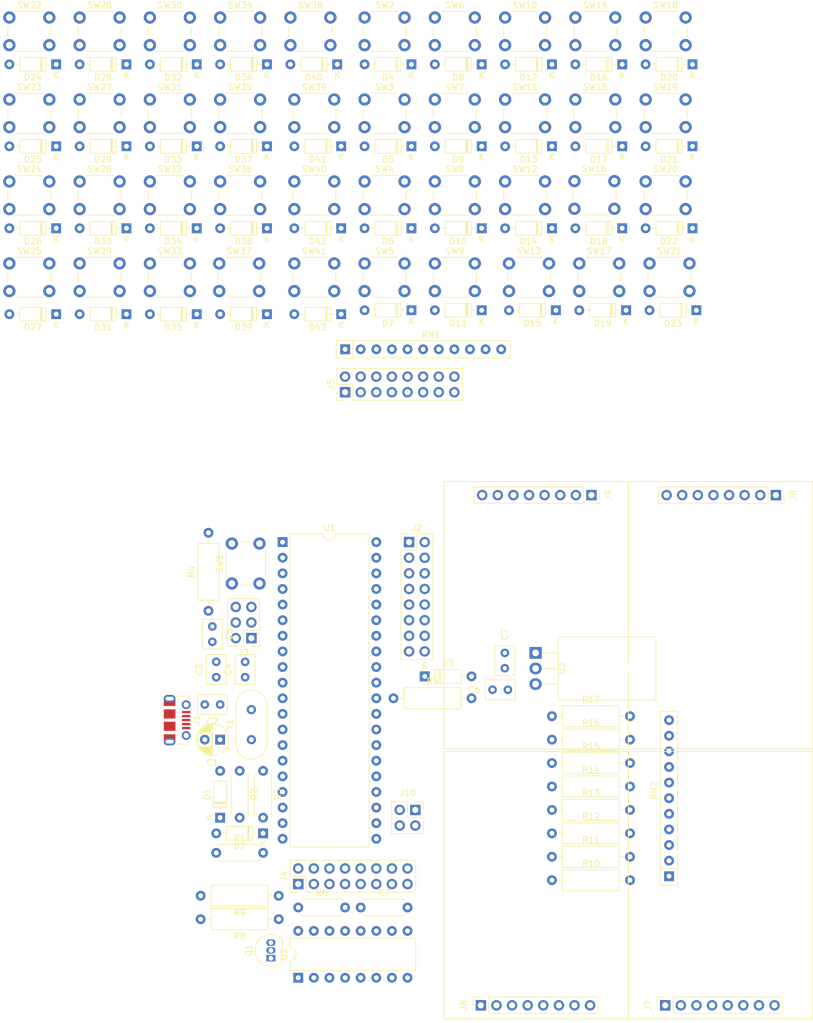
<source format=kicad_pcb>
(kicad_pcb (version 20171130) (host pcbnew "(5.1.5-0)")
  (layers (0 F.Cu signal) (31 B.Cu signal) (34 B.Paste user) (35 F.Paste user) (36 B.SilkS user) (37 F.SilkS user) (38 B.Mask user) (39 F.Mask user) (44 Edge.Cuts user))
  (net 0 "")
  (net 1 "Net-(D4-Pad2)")
  (net 2 Switch_Matrix_A)
  (net 3 "Net-(D5-Pad2)")
  (net 4 "Net-(D6-Pad2)")
  (net 5 "Net-(D7-Pad2)")
  (net 6 "Net-(D8-Pad2)")
  (net 7 Switch_Matrix_B)
  (net 8 "Net-(D9-Pad2)")
  (net 9 "Net-(D10-Pad2)")
  (net 10 "Net-(D11-Pad2)")
  (net 11 "Net-(D12-Pad2)")
  (net 12 Switch_Matrix_C)
  (net 13 "Net-(D13-Pad2)")
  (net 14 "Net-(D14-Pad2)")
  (net 15 "Net-(D15-Pad2)")
  (net 16 "Net-(D16-Pad2)")
  (net 17 Switch_Matrix_D)
  (net 18 "Net-(D17-Pad2)")
  (net 19 "Net-(D18-Pad2)")
  (net 20 "Net-(D19-Pad2)")
  (net 21 "Net-(D20-Pad2)")
  (net 22 Switch_Matrix_E)
  (net 23 "Net-(D21-Pad2)")
  (net 24 "Net-(D22-Pad2)")
  (net 25 "Net-(D23-Pad2)")
  (net 26 "Net-(D24-Pad2)")
  (net 27 "Net-(D25-Pad2)")
  (net 28 "Net-(D26-Pad2)")
  (net 29 "Net-(D27-Pad2)")
  (net 30 "Net-(D28-Pad2)")
  (net 31 "Net-(D29-Pad2)")
  (net 32 "Net-(D30-Pad2)")
  (net 33 "Net-(D31-Pad2)")
  (net 34 "Net-(D32-Pad2)")
  (net 35 "Net-(D33-Pad2)")
  (net 36 "Net-(D34-Pad2)")
  (net 37 "Net-(D35-Pad2)")
  (net 38 "Net-(D36-Pad2)")
  (net 39 "Net-(D37-Pad2)")
  (net 40 "Net-(D38-Pad2)")
  (net 41 "Net-(D39-Pad2)")
  (net 42 "Net-(D40-Pad2)")
  (net 43 "Net-(D41-Pad2)")
  (net 44 "Net-(D42-Pad2)")
  (net 45 "Net-(D43-Pad2)")
  (net 46 GND)
  (net 47 "Net-(Q1-Pad3)")
  (net 48 "Net-(Q1-Pad2)")
  (net 49 "Net-(RN1-Pad10)")
  (net 50 "Net-(RN1-Pad9)")
  (net 51 "Net-(RN1-Pad8)")
  (net 52 "Net-(RN1-Pad7)")
  (net 53 "Net-(RN2-Pad10)")
  (net 54 DISPLAY_SEL_4_3v3)
  (net 55 DISPLAY_SEL_3_3v3)
  (net 56 DISPLAY_SEL_2_3v3)
  (net 57 DISPLAY_SEL_1_3v3)
  (net 58 DISPLAY_~RST~_3v3)
  (net 59 SPI_SDA_3v3)
  (net 60 SPI_SCK_3v3)
  (net 61 SPI_~SS~_3v3)
  (net 62 "Net-(J2-Pad1)")
  (net 63 Matrix_press_D)
  (net 64 Matrix_press_C)
  (net 65 "Net-(J2-Pad3)")
  (net 66 Matrix_press_B)
  (net 67 Matrix_press_A)
  (net 68 "Net-(J2-Pad5)")
  (net 69 USB_D+)
  (net 70 "Net-(J2-Pad7)")
  (net 71 USB_D-)
  (net 72 "Net-(C2-Pad1)")
  (net 73 "Net-(U1-Pad32)")
  (net 74 "Net-(C3-Pad1)")
  (net 75 +5V)
  (net 76 DISPLAY_SEL_4)
  (net 77 ISP_~RST)
  (net 78 DISPLAY_SEL_3)
  (net 79 SPI_SCK)
  (net 80 DISPLAY_SEL_2)
  (net 81 SPI_MISO)
  (net 82 DISPLAY_SEL_1)
  (net 83 SPI_MOSI)
  (net 84 DISPLAY_~RST~)
  (net 85 SPI_~SS)
  (net 86 "Net-(U1-Pad24)")
  (net 87 "Net-(U1-Pad4)")
  (net 88 TWI_SCL)
  (net 89 Matrix_2b)
  (net 90 TWI_SDA)
  (net 91 Matrix_1b)
  (net 92 Matrix_press_E)
  (net 93 Matrix_0b)
  (net 94 +3V3)
  (net 95 "Net-(D3-Pad1)")
  (net 96 "Net-(J2-Pad15)")
  (net 97 "Net-(J2-Pad13)")
  (net 98 "Net-(J2-Pad11)")
  (net 99 "Net-(J2-Pad9)")
  (net 100 "Net-(J4-Pad15)")
  (net 101 "Net-(J4-Pad13)")
  (net 102 "Net-(J4-Pad11)")
  (net 103 "Net-(J4-Pad9)")
  (net 104 "Net-(J4-Pad7)")
  (net 105 "Net-(J4-Pad5)")
  (net 106 "Net-(J4-Pad3)")
  (net 107 "Net-(J4-Pad1)")
  (net 108 MatrixBoard_Row_8)
  (net 109 MatrixBoard_Row_7)
  (net 110 MatrixBoard_Row_6)
  (net 111 MatrixBoard_Row_5)
  (net 112 MatrixBoard_Row_4)
  (net 113 MatrixBoard_Row_3)
  (net 114 MatrixBoard_Row_2)
  (net 115 MatrixBoard_Row_1)
  (net 116 "Net-(J7-Pad7)")
  (net 117 "Net-(D1-Pad1)")
  (net 118 "Net-(J1-Pad4)")
  (net 119 "Net-(D2-Pad1)")
  (net 120 "Net-(D3-Pad2)")
  (net 121 Marix_Row_5)
  (net 122 Matrix_Row_6)
  (net 123 Matrix_Row_7)
  (net 124 Matrix_Row_8)
  (module Package_TO_SOT_THT:TO-220-3_Horizontal_TabDown (layer F.Cu) (at 109.73 121.14 270)
    (fp_text reference U3 (at 2.54 -4.27 90) (layer F.SilkS))
    (fp_text value LD1117S33TR)
    (pad 3 thru_hole oval (at 5.08 0 270) (size 1.905 2) (drill 1.1) (layers *.Cu *.Mask) (net 75 +5V))
    (pad 2 thru_hole oval (at 2.54 0 270) (size 1.905 2) (drill 1.1) (layers *.Cu *.Mask) (net 94 +3V3))
    (pad 1 thru_hole rect (at 0 0 270) (size 1.905 2) (drill 1.1) (layers *.Cu *.Mask) (net 46 GND))
    (pad "" np_thru_hole oval (at 2.54 -16.66 270) (size 3.5 3.5) (drill 3.5) (layers *.Cu *.Mask))
  )
  (module hw:ILI9163_PinSocket_1x08_P2.54mm_Vertical (layer F.Cu) (at 118.825 95.475 270)
    (fp_text reference J9 (at 0 -2.77 270) (layer F.SilkS))
    (fp_text value ILI9163)
    (pad 1 thru_hole rect (at 0 0 270) (size 1.7 1.7) (drill 1) (layers *.Cu *.Mask) (net 94 +3V3))
    (pad 2 thru_hole oval (at 0 2.54 270) (size 1.7 1.7) (drill 1) (layers *.Cu *.Mask) (net 46 GND))
    (pad 3 thru_hole oval (at 0 5.08 270) (size 1.7 1.7) (drill 1) (layers *.Cu *.Mask) (net 54 DISPLAY_SEL_4_3v3))
    (pad 4 thru_hole oval (at 0 7.62 270) (size 1.7 1.7) (drill 1) (layers *.Cu *.Mask) (net 58 DISPLAY_~RST~_3v3))
    (pad 5 thru_hole oval (at 0 10.16 270) (size 1.7 1.7) (drill 1) (layers *.Cu *.Mask) (net 61 SPI_~SS~_3v3))
    (pad 6 thru_hole oval (at 0 12.7 270) (size 1.7 1.7) (drill 1) (layers *.Cu *.Mask) (net 59 SPI_SDA_3v3))
    (pad 7 thru_hole oval (at 0 15.24 270) (size 1.7 1.7) (drill 1) (layers *.Cu *.Mask) (net 116 "Net-(J7-Pad7)"))
    (pad 8 thru_hole oval (at 0 17.78 270) (size 1.7 1.7) (drill 1) (layers *.Cu *.Mask) (net 94 +3V3))
  )
  (module hw:ILI9163_PinSocket_1x08_P2.54mm_Vertical (layer F.Cu) (at 148.825 95.475 270)
    (fp_text reference J8 (at 0 -2.77 270) (layer F.SilkS))
    (fp_text value ILI9163)
    (pad 1 thru_hole rect (at 0 0 270) (size 1.7 1.7) (drill 1) (layers *.Cu *.Mask) (net 94 +3V3))
    (pad 2 thru_hole oval (at 0 2.54 270) (size 1.7 1.7) (drill 1) (layers *.Cu *.Mask) (net 46 GND))
    (pad 3 thru_hole oval (at 0 5.08 270) (size 1.7 1.7) (drill 1) (layers *.Cu *.Mask) (net 55 DISPLAY_SEL_3_3v3))
    (pad 4 thru_hole oval (at 0 7.62 270) (size 1.7 1.7) (drill 1) (layers *.Cu *.Mask) (net 58 DISPLAY_~RST~_3v3))
    (pad 5 thru_hole oval (at 0 10.16 270) (size 1.7 1.7) (drill 1) (layers *.Cu *.Mask) (net 61 SPI_~SS~_3v3))
    (pad 6 thru_hole oval (at 0 12.7 270) (size 1.7 1.7) (drill 1) (layers *.Cu *.Mask) (net 59 SPI_SDA_3v3))
    (pad 7 thru_hole oval (at 0 15.24 270) (size 1.7 1.7) (drill 1) (layers *.Cu *.Mask) (net 116 "Net-(J7-Pad7)"))
    (pad 8 thru_hole oval (at 0 17.78 270) (size 1.7 1.7) (drill 1) (layers *.Cu *.Mask) (net 94 +3V3))
  )
  (module hw:ILI9163_PinSocket_1x08_P2.54mm_Vertical (layer F.Cu) (at 130.825 178.475 90)
    (fp_text reference J7 (at 0 -2.77 90) (layer F.SilkS))
    (fp_text value ILI9163)
    (pad 1 thru_hole rect (at 0 0 90) (size 1.7 1.7) (drill 1) (layers *.Cu *.Mask) (net 94 +3V3))
    (pad 2 thru_hole oval (at 0 2.54 90) (size 1.7 1.7) (drill 1) (layers *.Cu *.Mask) (net 46 GND))
    (pad 3 thru_hole oval (at 0 5.08 90) (size 1.7 1.7) (drill 1) (layers *.Cu *.Mask) (net 56 DISPLAY_SEL_2_3v3))
    (pad 4 thru_hole oval (at 0 7.62 90) (size 1.7 1.7) (drill 1) (layers *.Cu *.Mask) (net 58 DISPLAY_~RST~_3v3))
    (pad 5 thru_hole oval (at 0 10.16 90) (size 1.7 1.7) (drill 1) (layers *.Cu *.Mask) (net 61 SPI_~SS~_3v3))
    (pad 6 thru_hole oval (at 0 12.7 90) (size 1.7 1.7) (drill 1) (layers *.Cu *.Mask) (net 59 SPI_SDA_3v3))
    (pad 7 thru_hole oval (at 0 15.24 90) (size 1.7 1.7) (drill 1) (layers *.Cu *.Mask) (net 116 "Net-(J7-Pad7)"))
    (pad 8 thru_hole oval (at 0 17.78 90) (size 1.7 1.7) (drill 1) (layers *.Cu *.Mask) (net 94 +3V3))
  )
  (module hw:ILI9163_PinSocket_1x08_P2.54mm_Vertical (layer F.Cu) (at 100.825 178.475 90)
    (fp_text reference J6 (at 0 -2.77 90) (layer F.SilkS))
    (fp_text value ILI9163)
    (pad 1 thru_hole rect (at 0 0 90) (size 1.7 1.7) (drill 1) (layers *.Cu *.Mask) (net 94 +3V3))
    (pad 2 thru_hole oval (at 0 2.54 90) (size 1.7 1.7) (drill 1) (layers *.Cu *.Mask) (net 46 GND))
    (pad 3 thru_hole oval (at 0 5.08 90) (size 1.7 1.7) (drill 1) (layers *.Cu *.Mask) (net 57 DISPLAY_SEL_1_3v3))
    (pad 4 thru_hole oval (at 0 7.62 90) (size 1.7 1.7) (drill 1) (layers *.Cu *.Mask) (net 58 DISPLAY_~RST~_3v3))
    (pad 5 thru_hole oval (at 0 10.16 90) (size 1.7 1.7) (drill 1) (layers *.Cu *.Mask) (net 61 SPI_~SS~_3v3))
    (pad 6 thru_hole oval (at 0 12.7 90) (size 1.7 1.7) (drill 1) (layers *.Cu *.Mask) (net 59 SPI_SDA_3v3))
    (pad 7 thru_hole oval (at 0 15.24 90) (size 1.7 1.7) (drill 1) (layers *.Cu *.Mask) (net 60 SPI_SCK_3v3))
    (pad 8 thru_hole oval (at 0 17.78 90) (size 1.7 1.7) (drill 1) (layers *.Cu *.Mask) (net 94 +3V3))
  )
  (module Crystal:Crystal_HC49-U_Vertical (layer F.Cu) (at 63.5 135.255 90)
    (fp_text reference Y1 (at 2.44 -3.525 90) (layer F.SilkS))
    (fp_text value 20MHz)
    (pad 2 thru_hole circle (at 4.88 0 90) (size 1.5 1.5) (drill 0.8) (layers *.Cu *.Mask) (net 74 "Net-(C3-Pad1)"))
    (pad 1 thru_hole circle (at 0 0 90) (size 1.5 1.5) (drill 0.8) (layers *.Cu *.Mask) (net 72 "Net-(C2-Pad1)"))
  )
  (module Button_Switch_THT:SW_PUSH_6mm (layer F.Cu) (at 70.485 57.785)
    (fp_text reference SW41 (at 3.25 -2) (layer F.SilkS))
    (fp_text value Btn)
    (pad 1 thru_hole circle (at 6.5 0 90) (size 2 2) (drill 1.1) (layers *.Cu *.Mask) (net 124 Matrix_Row_8))
    (pad 2 thru_hole circle (at 6.5 4.5 90) (size 2 2) (drill 1.1) (layers *.Cu *.Mask) (net 45 "Net-(D43-Pad2)"))
    (pad 1 thru_hole circle (at 0 0 90) (size 2 2) (drill 1.1) (layers *.Cu *.Mask) (net 124 Matrix_Row_8))
    (pad 2 thru_hole circle (at 0 4.5 90) (size 2 2) (drill 1.1) (layers *.Cu *.Mask) (net 45 "Net-(D43-Pad2)"))
  )
  (module Button_Switch_THT:SW_PUSH_6mm (layer F.Cu) (at 70.485 44.45)
    (fp_text reference SW40 (at 3.25 -2) (layer F.SilkS))
    (fp_text value Btn)
    (pad 1 thru_hole circle (at 6.5 0 90) (size 2 2) (drill 1.1) (layers *.Cu *.Mask) (net 123 Matrix_Row_7))
    (pad 2 thru_hole circle (at 6.5 4.5 90) (size 2 2) (drill 1.1) (layers *.Cu *.Mask) (net 44 "Net-(D42-Pad2)"))
    (pad 1 thru_hole circle (at 0 0 90) (size 2 2) (drill 1.1) (layers *.Cu *.Mask) (net 123 Matrix_Row_7))
    (pad 2 thru_hole circle (at 0 4.5 90) (size 2 2) (drill 1.1) (layers *.Cu *.Mask) (net 44 "Net-(D42-Pad2)"))
  )
  (module Button_Switch_THT:SW_PUSH_6mm (layer F.Cu) (at 70.485 31.115)
    (fp_text reference SW39 (at 3.25 -2) (layer F.SilkS))
    (fp_text value Btn)
    (pad 1 thru_hole circle (at 6.5 0 90) (size 2 2) (drill 1.1) (layers *.Cu *.Mask) (net 122 Matrix_Row_6))
    (pad 2 thru_hole circle (at 6.5 4.5 90) (size 2 2) (drill 1.1) (layers *.Cu *.Mask) (net 43 "Net-(D41-Pad2)"))
    (pad 1 thru_hole circle (at 0 0 90) (size 2 2) (drill 1.1) (layers *.Cu *.Mask) (net 122 Matrix_Row_6))
    (pad 2 thru_hole circle (at 0 4.5 90) (size 2 2) (drill 1.1) (layers *.Cu *.Mask) (net 43 "Net-(D41-Pad2)"))
  )
  (module Button_Switch_THT:SW_PUSH_6mm (layer F.Cu) (at 69.85 17.78)
    (fp_text reference SW38 (at 3.25 -2) (layer F.SilkS))
    (fp_text value Btn)
    (pad 1 thru_hole circle (at 6.5 0 90) (size 2 2) (drill 1.1) (layers *.Cu *.Mask) (net 121 Marix_Row_5))
    (pad 2 thru_hole circle (at 6.5 4.5 90) (size 2 2) (drill 1.1) (layers *.Cu *.Mask) (net 42 "Net-(D40-Pad2)"))
    (pad 1 thru_hole circle (at 0 0 90) (size 2 2) (drill 1.1) (layers *.Cu *.Mask) (net 121 Marix_Row_5))
    (pad 2 thru_hole circle (at 0 4.5 90) (size 2 2) (drill 1.1) (layers *.Cu *.Mask) (net 42 "Net-(D40-Pad2)"))
  )
  (module Button_Switch_THT:SW_PUSH_6mm (layer F.Cu) (at 58.27 57.785)
    (fp_text reference SW37 (at 3.25 -2) (layer F.SilkS))
    (fp_text value Btn)
    (pad 1 thru_hole circle (at 6.5 0 90) (size 2 2) (drill 1.1) (layers *.Cu *.Mask) (net 124 Matrix_Row_8))
    (pad 2 thru_hole circle (at 6.5 4.5 90) (size 2 2) (drill 1.1) (layers *.Cu *.Mask) (net 41 "Net-(D39-Pad2)"))
    (pad 1 thru_hole circle (at 0 0 90) (size 2 2) (drill 1.1) (layers *.Cu *.Mask) (net 124 Matrix_Row_8))
    (pad 2 thru_hole circle (at 0 4.5 90) (size 2 2) (drill 1.1) (layers *.Cu *.Mask) (net 41 "Net-(D39-Pad2)"))
  )
  (module Button_Switch_THT:SW_PUSH_6mm (layer F.Cu) (at 58.42 44.45)
    (fp_text reference SW36 (at 3.25 -2) (layer F.SilkS))
    (fp_text value Btn)
    (pad 1 thru_hole circle (at 6.5 0 90) (size 2 2) (drill 1.1) (layers *.Cu *.Mask) (net 123 Matrix_Row_7))
    (pad 2 thru_hole circle (at 6.5 4.5 90) (size 2 2) (drill 1.1) (layers *.Cu *.Mask) (net 40 "Net-(D38-Pad2)"))
    (pad 1 thru_hole circle (at 0 0 90) (size 2 2) (drill 1.1) (layers *.Cu *.Mask) (net 123 Matrix_Row_7))
    (pad 2 thru_hole circle (at 0 4.5 90) (size 2 2) (drill 1.1) (layers *.Cu *.Mask) (net 40 "Net-(D38-Pad2)"))
  )
  (module Button_Switch_THT:SW_PUSH_6mm (layer F.Cu) (at 58.42 31.115)
    (fp_text reference SW35 (at 3.25 -2) (layer F.SilkS))
    (fp_text value Btn)
    (pad 1 thru_hole circle (at 6.5 0 90) (size 2 2) (drill 1.1) (layers *.Cu *.Mask) (net 122 Matrix_Row_6))
    (pad 2 thru_hole circle (at 6.5 4.5 90) (size 2 2) (drill 1.1) (layers *.Cu *.Mask) (net 39 "Net-(D37-Pad2)"))
    (pad 1 thru_hole circle (at 0 0 90) (size 2 2) (drill 1.1) (layers *.Cu *.Mask) (net 122 Matrix_Row_6))
    (pad 2 thru_hole circle (at 0 4.5 90) (size 2 2) (drill 1.1) (layers *.Cu *.Mask) (net 39 "Net-(D37-Pad2)"))
  )
  (module Button_Switch_THT:SW_PUSH_6mm (layer F.Cu) (at 58.42 17.78)
    (fp_text reference SW34 (at 3.25 -2) (layer F.SilkS))
    (fp_text value Btn)
    (pad 1 thru_hole circle (at 6.5 0 90) (size 2 2) (drill 1.1) (layers *.Cu *.Mask) (net 121 Marix_Row_5))
    (pad 2 thru_hole circle (at 6.5 4.5 90) (size 2 2) (drill 1.1) (layers *.Cu *.Mask) (net 38 "Net-(D36-Pad2)"))
    (pad 1 thru_hole circle (at 0 0 90) (size 2 2) (drill 1.1) (layers *.Cu *.Mask) (net 121 Marix_Row_5))
    (pad 2 thru_hole circle (at 0 4.5 90) (size 2 2) (drill 1.1) (layers *.Cu *.Mask) (net 38 "Net-(D36-Pad2)"))
  )
  (module Button_Switch_THT:SW_PUSH_6mm (layer F.Cu) (at 46.99 57.785)
    (fp_text reference SW33 (at 3.25 -2) (layer F.SilkS))
    (fp_text value Btn)
    (pad 1 thru_hole circle (at 6.5 0 90) (size 2 2) (drill 1.1) (layers *.Cu *.Mask) (net 124 Matrix_Row_8))
    (pad 2 thru_hole circle (at 6.5 4.5 90) (size 2 2) (drill 1.1) (layers *.Cu *.Mask) (net 37 "Net-(D35-Pad2)"))
    (pad 1 thru_hole circle (at 0 0 90) (size 2 2) (drill 1.1) (layers *.Cu *.Mask) (net 124 Matrix_Row_8))
    (pad 2 thru_hole circle (at 0 4.5 90) (size 2 2) (drill 1.1) (layers *.Cu *.Mask) (net 37 "Net-(D35-Pad2)"))
  )
  (module Button_Switch_THT:SW_PUSH_6mm (layer F.Cu) (at 46.99 44.45)
    (fp_text reference SW32 (at 3.25 -2) (layer F.SilkS))
    (fp_text value Btn)
    (pad 1 thru_hole circle (at 6.5 0 90) (size 2 2) (drill 1.1) (layers *.Cu *.Mask) (net 123 Matrix_Row_7))
    (pad 2 thru_hole circle (at 6.5 4.5 90) (size 2 2) (drill 1.1) (layers *.Cu *.Mask) (net 36 "Net-(D34-Pad2)"))
    (pad 1 thru_hole circle (at 0 0 90) (size 2 2) (drill 1.1) (layers *.Cu *.Mask) (net 123 Matrix_Row_7))
    (pad 2 thru_hole circle (at 0 4.5 90) (size 2 2) (drill 1.1) (layers *.Cu *.Mask) (net 36 "Net-(D34-Pad2)"))
  )
  (module Button_Switch_THT:SW_PUSH_6mm (layer F.Cu) (at 46.99 31.115)
    (fp_text reference SW31 (at 3.25 -2) (layer F.SilkS))
    (fp_text value Btn)
    (pad 1 thru_hole circle (at 6.5 0 90) (size 2 2) (drill 1.1) (layers *.Cu *.Mask) (net 122 Matrix_Row_6))
    (pad 2 thru_hole circle (at 6.5 4.5 90) (size 2 2) (drill 1.1) (layers *.Cu *.Mask) (net 35 "Net-(D33-Pad2)"))
    (pad 1 thru_hole circle (at 0 0 90) (size 2 2) (drill 1.1) (layers *.Cu *.Mask) (net 122 Matrix_Row_6))
    (pad 2 thru_hole circle (at 0 4.5 90) (size 2 2) (drill 1.1) (layers *.Cu *.Mask) (net 35 "Net-(D33-Pad2)"))
  )
  (module Button_Switch_THT:SW_PUSH_6mm (layer F.Cu) (at 46.99 17.78)
    (fp_text reference SW30 (at 3.25 -2) (layer F.SilkS))
    (fp_text value Btn)
    (pad 1 thru_hole circle (at 6.5 0 90) (size 2 2) (drill 1.1) (layers *.Cu *.Mask) (net 121 Marix_Row_5))
    (pad 2 thru_hole circle (at 6.5 4.5 90) (size 2 2) (drill 1.1) (layers *.Cu *.Mask) (net 34 "Net-(D32-Pad2)"))
    (pad 1 thru_hole circle (at 0 0 90) (size 2 2) (drill 1.1) (layers *.Cu *.Mask) (net 121 Marix_Row_5))
    (pad 2 thru_hole circle (at 0 4.5 90) (size 2 2) (drill 1.1) (layers *.Cu *.Mask) (net 34 "Net-(D32-Pad2)"))
  )
  (module Button_Switch_THT:SW_PUSH_6mm (layer F.Cu) (at 35.56 57.785)
    (fp_text reference SW29 (at 3.25 -2) (layer F.SilkS))
    (fp_text value Btn)
    (pad 1 thru_hole circle (at 6.5 0 90) (size 2 2) (drill 1.1) (layers *.Cu *.Mask) (net 124 Matrix_Row_8))
    (pad 2 thru_hole circle (at 6.5 4.5 90) (size 2 2) (drill 1.1) (layers *.Cu *.Mask) (net 33 "Net-(D31-Pad2)"))
    (pad 1 thru_hole circle (at 0 0 90) (size 2 2) (drill 1.1) (layers *.Cu *.Mask) (net 124 Matrix_Row_8))
    (pad 2 thru_hole circle (at 0 4.5 90) (size 2 2) (drill 1.1) (layers *.Cu *.Mask) (net 33 "Net-(D31-Pad2)"))
  )
  (module Button_Switch_THT:SW_PUSH_6mm (layer F.Cu) (at 35.56 44.45)
    (fp_text reference SW28 (at 3.25 -2) (layer F.SilkS))
    (fp_text value Btn)
    (pad 1 thru_hole circle (at 6.5 0 90) (size 2 2) (drill 1.1) (layers *.Cu *.Mask) (net 123 Matrix_Row_7))
    (pad 2 thru_hole circle (at 6.5 4.5 90) (size 2 2) (drill 1.1) (layers *.Cu *.Mask) (net 32 "Net-(D30-Pad2)"))
    (pad 1 thru_hole circle (at 0 0 90) (size 2 2) (drill 1.1) (layers *.Cu *.Mask) (net 123 Matrix_Row_7))
    (pad 2 thru_hole circle (at 0 4.5 90) (size 2 2) (drill 1.1) (layers *.Cu *.Mask) (net 32 "Net-(D30-Pad2)"))
  )
  (module Button_Switch_THT:SW_PUSH_6mm (layer F.Cu) (at 35.56 31.115)
    (fp_text reference SW27 (at 3.25 -2) (layer F.SilkS))
    (fp_text value Btn)
    (pad 1 thru_hole circle (at 6.5 0 90) (size 2 2) (drill 1.1) (layers *.Cu *.Mask) (net 122 Matrix_Row_6))
    (pad 2 thru_hole circle (at 6.5 4.5 90) (size 2 2) (drill 1.1) (layers *.Cu *.Mask) (net 31 "Net-(D29-Pad2)"))
    (pad 1 thru_hole circle (at 0 0 90) (size 2 2) (drill 1.1) (layers *.Cu *.Mask) (net 122 Matrix_Row_6))
    (pad 2 thru_hole circle (at 0 4.5 90) (size 2 2) (drill 1.1) (layers *.Cu *.Mask) (net 31 "Net-(D29-Pad2)"))
  )
  (module Button_Switch_THT:SW_PUSH_6mm (layer F.Cu) (at 35.56 17.78)
    (fp_text reference SW26 (at 3.25 -2) (layer F.SilkS))
    (fp_text value Btn)
    (pad 1 thru_hole circle (at 6.5 0 90) (size 2 2) (drill 1.1) (layers *.Cu *.Mask) (net 121 Marix_Row_5))
    (pad 2 thru_hole circle (at 6.5 4.5 90) (size 2 2) (drill 1.1) (layers *.Cu *.Mask) (net 30 "Net-(D28-Pad2)"))
    (pad 1 thru_hole circle (at 0 0 90) (size 2 2) (drill 1.1) (layers *.Cu *.Mask) (net 121 Marix_Row_5))
    (pad 2 thru_hole circle (at 0 4.5 90) (size 2 2) (drill 1.1) (layers *.Cu *.Mask) (net 30 "Net-(D28-Pad2)"))
  )
  (module Button_Switch_THT:SW_PUSH_6mm (layer F.Cu) (at 24.13 57.785)
    (fp_text reference SW25 (at 3.25 -2) (layer F.SilkS))
    (fp_text value Btn)
    (pad 1 thru_hole circle (at 6.5 0 90) (size 2 2) (drill 1.1) (layers *.Cu *.Mask) (net 124 Matrix_Row_8))
    (pad 2 thru_hole circle (at 6.5 4.5 90) (size 2 2) (drill 1.1) (layers *.Cu *.Mask) (net 29 "Net-(D27-Pad2)"))
    (pad 1 thru_hole circle (at 0 0 90) (size 2 2) (drill 1.1) (layers *.Cu *.Mask) (net 124 Matrix_Row_8))
    (pad 2 thru_hole circle (at 0 4.5 90) (size 2 2) (drill 1.1) (layers *.Cu *.Mask) (net 29 "Net-(D27-Pad2)"))
  )
  (module Button_Switch_THT:SW_PUSH_6mm (layer F.Cu) (at 24.13 44.45)
    (fp_text reference SW24 (at 3.25 -2) (layer F.SilkS))
    (fp_text value Btn)
    (pad 1 thru_hole circle (at 6.5 0 90) (size 2 2) (drill 1.1) (layers *.Cu *.Mask) (net 123 Matrix_Row_7))
    (pad 2 thru_hole circle (at 6.5 4.5 90) (size 2 2) (drill 1.1) (layers *.Cu *.Mask) (net 28 "Net-(D26-Pad2)"))
    (pad 1 thru_hole circle (at 0 0 90) (size 2 2) (drill 1.1) (layers *.Cu *.Mask) (net 123 Matrix_Row_7))
    (pad 2 thru_hole circle (at 0 4.5 90) (size 2 2) (drill 1.1) (layers *.Cu *.Mask) (net 28 "Net-(D26-Pad2)"))
  )
  (module Button_Switch_THT:SW_PUSH_6mm (layer F.Cu) (at 24.13 31.115)
    (fp_text reference SW23 (at 3.25 -2) (layer F.SilkS))
    (fp_text value Btn)
    (pad 1 thru_hole circle (at 6.5 0 90) (size 2 2) (drill 1.1) (layers *.Cu *.Mask) (net 122 Matrix_Row_6))
    (pad 2 thru_hole circle (at 6.5 4.5 90) (size 2 2) (drill 1.1) (layers *.Cu *.Mask) (net 27 "Net-(D25-Pad2)"))
    (pad 1 thru_hole circle (at 0 0 90) (size 2 2) (drill 1.1) (layers *.Cu *.Mask) (net 122 Matrix_Row_6))
    (pad 2 thru_hole circle (at 0 4.5 90) (size 2 2) (drill 1.1) (layers *.Cu *.Mask) (net 27 "Net-(D25-Pad2)"))
  )
  (module Button_Switch_THT:SW_PUSH_6mm (layer F.Cu) (at 24.13 17.78)
    (fp_text reference SW22 (at 3.25 -2) (layer F.SilkS))
    (fp_text value Btn)
    (pad 1 thru_hole circle (at 6.5 0 90) (size 2 2) (drill 1.1) (layers *.Cu *.Mask) (net 121 Marix_Row_5))
    (pad 2 thru_hole circle (at 6.5 4.5 90) (size 2 2) (drill 1.1) (layers *.Cu *.Mask) (net 26 "Net-(D24-Pad2)"))
    (pad 1 thru_hole circle (at 0 0 90) (size 2 2) (drill 1.1) (layers *.Cu *.Mask) (net 121 Marix_Row_5))
    (pad 2 thru_hole circle (at 0 4.5 90) (size 2 2) (drill 1.1) (layers *.Cu *.Mask) (net 26 "Net-(D24-Pad2)"))
  )
  (module Button_Switch_THT:SW_PUSH_6mm (layer F.Cu) (at 128.27 57.785)
    (fp_text reference SW21 (at 3.25 -2) (layer F.SilkS))
    (fp_text value Btn)
    (pad 1 thru_hole circle (at 6.5 0 90) (size 2 2) (drill 1.1) (layers *.Cu *.Mask) (net 112 MatrixBoard_Row_4))
    (pad 2 thru_hole circle (at 6.5 4.5 90) (size 2 2) (drill 1.1) (layers *.Cu *.Mask) (net 25 "Net-(D23-Pad2)"))
    (pad 1 thru_hole circle (at 0 0 90) (size 2 2) (drill 1.1) (layers *.Cu *.Mask) (net 112 MatrixBoard_Row_4))
    (pad 2 thru_hole circle (at 0 4.5 90) (size 2 2) (drill 1.1) (layers *.Cu *.Mask) (net 25 "Net-(D23-Pad2)"))
  )
  (module Button_Switch_THT:SW_PUSH_6mm (layer F.Cu) (at 127.635 44.45)
    (fp_text reference SW20 (at 3.25 -2) (layer F.SilkS))
    (fp_text value Btn)
    (pad 1 thru_hole circle (at 6.5 0 90) (size 2 2) (drill 1.1) (layers *.Cu *.Mask) (net 113 MatrixBoard_Row_3))
    (pad 2 thru_hole circle (at 6.5 4.5 90) (size 2 2) (drill 1.1) (layers *.Cu *.Mask) (net 24 "Net-(D22-Pad2)"))
    (pad 1 thru_hole circle (at 0 0 90) (size 2 2) (drill 1.1) (layers *.Cu *.Mask) (net 113 MatrixBoard_Row_3))
    (pad 2 thru_hole circle (at 0 4.5 90) (size 2 2) (drill 1.1) (layers *.Cu *.Mask) (net 24 "Net-(D22-Pad2)"))
  )
  (module Button_Switch_THT:SW_PUSH_6mm (layer F.Cu) (at 127.635 31.115)
    (fp_text reference SW19 (at 3.25 -2) (layer F.SilkS))
    (fp_text value Btn)
    (pad 1 thru_hole circle (at 6.5 0 90) (size 2 2) (drill 1.1) (layers *.Cu *.Mask) (net 114 MatrixBoard_Row_2))
    (pad 2 thru_hole circle (at 6.5 4.5 90) (size 2 2) (drill 1.1) (layers *.Cu *.Mask) (net 23 "Net-(D21-Pad2)"))
    (pad 1 thru_hole circle (at 0 0 90) (size 2 2) (drill 1.1) (layers *.Cu *.Mask) (net 114 MatrixBoard_Row_2))
    (pad 2 thru_hole circle (at 0 4.5 90) (size 2 2) (drill 1.1) (layers *.Cu *.Mask) (net 23 "Net-(D21-Pad2)"))
  )
  (module Button_Switch_THT:SW_PUSH_6mm (layer F.Cu) (at 127.635 17.78)
    (fp_text reference SW18 (at 3.25 -2) (layer F.SilkS))
    (fp_text value Btn)
    (pad 1 thru_hole circle (at 6.5 0 90) (size 2 2) (drill 1.1) (layers *.Cu *.Mask) (net 115 MatrixBoard_Row_1))
    (pad 2 thru_hole circle (at 6.5 4.5 90) (size 2 2) (drill 1.1) (layers *.Cu *.Mask) (net 21 "Net-(D20-Pad2)"))
    (pad 1 thru_hole circle (at 0 0 90) (size 2 2) (drill 1.1) (layers *.Cu *.Mask) (net 115 MatrixBoard_Row_1))
    (pad 2 thru_hole circle (at 0 4.5 90) (size 2 2) (drill 1.1) (layers *.Cu *.Mask) (net 21 "Net-(D20-Pad2)"))
  )
  (module Button_Switch_THT:SW_PUSH_6mm (layer F.Cu) (at 116.84 57.785)
    (fp_text reference SW17 (at 3.25 -2) (layer F.SilkS))
    (fp_text value Btn)
    (pad 1 thru_hole circle (at 6.5 0 90) (size 2 2) (drill 1.1) (layers *.Cu *.Mask) (net 112 MatrixBoard_Row_4))
    (pad 2 thru_hole circle (at 6.5 4.5 90) (size 2 2) (drill 1.1) (layers *.Cu *.Mask) (net 20 "Net-(D19-Pad2)"))
    (pad 1 thru_hole circle (at 0 0 90) (size 2 2) (drill 1.1) (layers *.Cu *.Mask) (net 112 MatrixBoard_Row_4))
    (pad 2 thru_hole circle (at 0 4.5 90) (size 2 2) (drill 1.1) (layers *.Cu *.Mask) (net 20 "Net-(D19-Pad2)"))
  )
  (module Button_Switch_THT:SW_PUSH_6mm (layer F.Cu) (at 116.055 44.395)
    (fp_text reference SW16 (at 3.25 -2) (layer F.SilkS))
    (fp_text value Btn)
    (pad 1 thru_hole circle (at 6.5 0 90) (size 2 2) (drill 1.1) (layers *.Cu *.Mask) (net 113 MatrixBoard_Row_3))
    (pad 2 thru_hole circle (at 6.5 4.5 90) (size 2 2) (drill 1.1) (layers *.Cu *.Mask) (net 19 "Net-(D18-Pad2)"))
    (pad 1 thru_hole circle (at 0 0 90) (size 2 2) (drill 1.1) (layers *.Cu *.Mask) (net 113 MatrixBoard_Row_3))
    (pad 2 thru_hole circle (at 0 4.5 90) (size 2 2) (drill 1.1) (layers *.Cu *.Mask) (net 19 "Net-(D18-Pad2)"))
  )
  (module Button_Switch_THT:SW_PUSH_6mm (layer F.Cu) (at 116.205 31.115)
    (fp_text reference SW15 (at 3.25 -2) (layer F.SilkS))
    (fp_text value Btn)
    (pad 1 thru_hole circle (at 6.5 0 90) (size 2 2) (drill 1.1) (layers *.Cu *.Mask) (net 114 MatrixBoard_Row_2))
    (pad 2 thru_hole circle (at 6.5 4.5 90) (size 2 2) (drill 1.1) (layers *.Cu *.Mask) (net 18 "Net-(D17-Pad2)"))
    (pad 1 thru_hole circle (at 0 0 90) (size 2 2) (drill 1.1) (layers *.Cu *.Mask) (net 114 MatrixBoard_Row_2))
    (pad 2 thru_hole circle (at 0 4.5 90) (size 2 2) (drill 1.1) (layers *.Cu *.Mask) (net 18 "Net-(D17-Pad2)"))
  )
  (module Button_Switch_THT:SW_PUSH_6mm (layer F.Cu) (at 116.205 17.78)
    (fp_text reference SW14 (at 3.25 -2) (layer F.SilkS))
    (fp_text value Btn)
    (pad 1 thru_hole circle (at 6.5 0 90) (size 2 2) (drill 1.1) (layers *.Cu *.Mask) (net 115 MatrixBoard_Row_1))
    (pad 2 thru_hole circle (at 6.5 4.5 90) (size 2 2) (drill 1.1) (layers *.Cu *.Mask) (net 16 "Net-(D16-Pad2)"))
    (pad 1 thru_hole circle (at 0 0 90) (size 2 2) (drill 1.1) (layers *.Cu *.Mask) (net 115 MatrixBoard_Row_1))
    (pad 2 thru_hole circle (at 0 4.5 90) (size 2 2) (drill 1.1) (layers *.Cu *.Mask) (net 16 "Net-(D16-Pad2)"))
  )
  (module Button_Switch_THT:SW_PUSH_6mm (layer F.Cu) (at 105.41 57.785)
    (fp_text reference SW13 (at 3.25 -2) (layer F.SilkS))
    (fp_text value Btn)
    (pad 1 thru_hole circle (at 6.5 0 90) (size 2 2) (drill 1.1) (layers *.Cu *.Mask) (net 112 MatrixBoard_Row_4))
    (pad 2 thru_hole circle (at 6.5 4.5 90) (size 2 2) (drill 1.1) (layers *.Cu *.Mask) (net 15 "Net-(D15-Pad2)"))
    (pad 1 thru_hole circle (at 0 0 90) (size 2 2) (drill 1.1) (layers *.Cu *.Mask) (net 112 MatrixBoard_Row_4))
    (pad 2 thru_hole circle (at 0 4.5 90) (size 2 2) (drill 1.1) (layers *.Cu *.Mask) (net 15 "Net-(D15-Pad2)"))
  )
  (module Button_Switch_THT:SW_PUSH_6mm (layer F.Cu) (at 104.775 44.45)
    (fp_text reference SW12 (at 3.25 -2) (layer F.SilkS))
    (fp_text value Btn)
    (pad 1 thru_hole circle (at 6.5 0 90) (size 2 2) (drill 1.1) (layers *.Cu *.Mask) (net 113 MatrixBoard_Row_3))
    (pad 2 thru_hole circle (at 6.5 4.5 90) (size 2 2) (drill 1.1) (layers *.Cu *.Mask) (net 14 "Net-(D14-Pad2)"))
    (pad 1 thru_hole circle (at 0 0 90) (size 2 2) (drill 1.1) (layers *.Cu *.Mask) (net 113 MatrixBoard_Row_3))
    (pad 2 thru_hole circle (at 0 4.5 90) (size 2 2) (drill 1.1) (layers *.Cu *.Mask) (net 14 "Net-(D14-Pad2)"))
  )
  (module Button_Switch_THT:SW_PUSH_6mm (layer F.Cu) (at 104.775 31.115)
    (fp_text reference SW11 (at 3.25 -2) (layer F.SilkS))
    (fp_text value Btn)
    (pad 1 thru_hole circle (at 6.5 0 90) (size 2 2) (drill 1.1) (layers *.Cu *.Mask) (net 114 MatrixBoard_Row_2))
    (pad 2 thru_hole circle (at 6.5 4.5 90) (size 2 2) (drill 1.1) (layers *.Cu *.Mask) (net 13 "Net-(D13-Pad2)"))
    (pad 1 thru_hole circle (at 0 0 90) (size 2 2) (drill 1.1) (layers *.Cu *.Mask) (net 114 MatrixBoard_Row_2))
    (pad 2 thru_hole circle (at 0 4.5 90) (size 2 2) (drill 1.1) (layers *.Cu *.Mask) (net 13 "Net-(D13-Pad2)"))
  )
  (module Button_Switch_THT:SW_PUSH_6mm (layer F.Cu) (at 104.775 17.78)
    (fp_text reference SW10 (at 3.25 -2) (layer F.SilkS))
    (fp_text value Btn)
    (pad 1 thru_hole circle (at 6.5 0 90) (size 2 2) (drill 1.1) (layers *.Cu *.Mask) (net 115 MatrixBoard_Row_1))
    (pad 2 thru_hole circle (at 6.5 4.5 90) (size 2 2) (drill 1.1) (layers *.Cu *.Mask) (net 11 "Net-(D12-Pad2)"))
    (pad 1 thru_hole circle (at 0 0 90) (size 2 2) (drill 1.1) (layers *.Cu *.Mask) (net 115 MatrixBoard_Row_1))
    (pad 2 thru_hole circle (at 0 4.5 90) (size 2 2) (drill 1.1) (layers *.Cu *.Mask) (net 11 "Net-(D12-Pad2)"))
  )
  (module Button_Switch_THT:SW_PUSH_6mm (layer F.Cu) (at 93.345 57.785)
    (fp_text reference SW9 (at 3.25 -2) (layer F.SilkS))
    (fp_text value Btn)
    (pad 1 thru_hole circle (at 6.5 0 90) (size 2 2) (drill 1.1) (layers *.Cu *.Mask) (net 112 MatrixBoard_Row_4))
    (pad 2 thru_hole circle (at 6.5 4.5 90) (size 2 2) (drill 1.1) (layers *.Cu *.Mask) (net 10 "Net-(D11-Pad2)"))
    (pad 1 thru_hole circle (at 0 0 90) (size 2 2) (drill 1.1) (layers *.Cu *.Mask) (net 112 MatrixBoard_Row_4))
    (pad 2 thru_hole circle (at 0 4.5 90) (size 2 2) (drill 1.1) (layers *.Cu *.Mask) (net 10 "Net-(D11-Pad2)"))
  )
  (module Button_Switch_THT:SW_PUSH_6mm (layer F.Cu) (at 93.345 44.45)
    (fp_text reference SW8 (at 3.25 -2) (layer F.SilkS))
    (fp_text value Btn)
    (pad 1 thru_hole circle (at 6.5 0 90) (size 2 2) (drill 1.1) (layers *.Cu *.Mask) (net 113 MatrixBoard_Row_3))
    (pad 2 thru_hole circle (at 6.5 4.5 90) (size 2 2) (drill 1.1) (layers *.Cu *.Mask) (net 9 "Net-(D10-Pad2)"))
    (pad 1 thru_hole circle (at 0 0 90) (size 2 2) (drill 1.1) (layers *.Cu *.Mask) (net 113 MatrixBoard_Row_3))
    (pad 2 thru_hole circle (at 0 4.5 90) (size 2 2) (drill 1.1) (layers *.Cu *.Mask) (net 9 "Net-(D10-Pad2)"))
  )
  (module Button_Switch_THT:SW_PUSH_6mm (layer F.Cu) (at 93.345 31.115)
    (fp_text reference SW7 (at 3.25 -2) (layer F.SilkS))
    (fp_text value Btn)
    (pad 1 thru_hole circle (at 6.5 0 90) (size 2 2) (drill 1.1) (layers *.Cu *.Mask) (net 114 MatrixBoard_Row_2))
    (pad 2 thru_hole circle (at 6.5 4.5 90) (size 2 2) (drill 1.1) (layers *.Cu *.Mask) (net 8 "Net-(D9-Pad2)"))
    (pad 1 thru_hole circle (at 0 0 90) (size 2 2) (drill 1.1) (layers *.Cu *.Mask) (net 114 MatrixBoard_Row_2))
    (pad 2 thru_hole circle (at 0 4.5 90) (size 2 2) (drill 1.1) (layers *.Cu *.Mask) (net 8 "Net-(D9-Pad2)"))
  )
  (module Button_Switch_THT:SW_PUSH_6mm (layer F.Cu) (at 93.345 17.78)
    (fp_text reference SW6 (at 3.25 -2) (layer F.SilkS))
    (fp_text value Btn)
    (pad 1 thru_hole circle (at 6.5 0 90) (size 2 2) (drill 1.1) (layers *.Cu *.Mask) (net 115 MatrixBoard_Row_1))
    (pad 2 thru_hole circle (at 6.5 4.5 90) (size 2 2) (drill 1.1) (layers *.Cu *.Mask) (net 6 "Net-(D8-Pad2)"))
    (pad 1 thru_hole circle (at 0 0 90) (size 2 2) (drill 1.1) (layers *.Cu *.Mask) (net 115 MatrixBoard_Row_1))
    (pad 2 thru_hole circle (at 0 4.5 90) (size 2 2) (drill 1.1) (layers *.Cu *.Mask) (net 6 "Net-(D8-Pad2)"))
  )
  (module Button_Switch_THT:SW_PUSH_6mm (layer F.Cu) (at 81.915 57.785)
    (fp_text reference SW5 (at 3.25 -2) (layer F.SilkS))
    (fp_text value Btn)
    (pad 1 thru_hole circle (at 6.5 0 90) (size 2 2) (drill 1.1) (layers *.Cu *.Mask) (net 112 MatrixBoard_Row_4))
    (pad 2 thru_hole circle (at 6.5 4.5 90) (size 2 2) (drill 1.1) (layers *.Cu *.Mask) (net 5 "Net-(D7-Pad2)"))
    (pad 1 thru_hole circle (at 0 0 90) (size 2 2) (drill 1.1) (layers *.Cu *.Mask) (net 112 MatrixBoard_Row_4))
    (pad 2 thru_hole circle (at 0 4.5 90) (size 2 2) (drill 1.1) (layers *.Cu *.Mask) (net 5 "Net-(D7-Pad2)"))
  )
  (module Button_Switch_THT:SW_PUSH_6mm (layer F.Cu) (at 81.915 44.45)
    (fp_text reference SW4 (at 3.25 -2) (layer F.SilkS))
    (fp_text value Btn)
    (pad 1 thru_hole circle (at 6.5 0 90) (size 2 2) (drill 1.1) (layers *.Cu *.Mask) (net 113 MatrixBoard_Row_3))
    (pad 2 thru_hole circle (at 6.5 4.5 90) (size 2 2) (drill 1.1) (layers *.Cu *.Mask) (net 4 "Net-(D6-Pad2)"))
    (pad 1 thru_hole circle (at 0 0 90) (size 2 2) (drill 1.1) (layers *.Cu *.Mask) (net 113 MatrixBoard_Row_3))
    (pad 2 thru_hole circle (at 0 4.5 90) (size 2 2) (drill 1.1) (layers *.Cu *.Mask) (net 4 "Net-(D6-Pad2)"))
  )
  (module Button_Switch_THT:SW_PUSH_6mm (layer F.Cu) (at 81.915 31.115)
    (fp_text reference SW3 (at 3.25 -2) (layer F.SilkS))
    (fp_text value Btn)
    (pad 1 thru_hole circle (at 6.5 0 90) (size 2 2) (drill 1.1) (layers *.Cu *.Mask) (net 114 MatrixBoard_Row_2))
    (pad 2 thru_hole circle (at 6.5 4.5 90) (size 2 2) (drill 1.1) (layers *.Cu *.Mask) (net 3 "Net-(D5-Pad2)"))
    (pad 1 thru_hole circle (at 0 0 90) (size 2 2) (drill 1.1) (layers *.Cu *.Mask) (net 114 MatrixBoard_Row_2))
    (pad 2 thru_hole circle (at 0 4.5 90) (size 2 2) (drill 1.1) (layers *.Cu *.Mask) (net 3 "Net-(D5-Pad2)"))
  )
  (module Button_Switch_THT:SW_PUSH_6mm (layer F.Cu) (at 81.915 17.78)
    (fp_text reference SW2 (at 3.25 -2) (layer F.SilkS))
    (fp_text value Btn)
    (pad 1 thru_hole circle (at 6.5 0 90) (size 2 2) (drill 1.1) (layers *.Cu *.Mask) (net 115 MatrixBoard_Row_1))
    (pad 2 thru_hole circle (at 6.5 4.5 90) (size 2 2) (drill 1.1) (layers *.Cu *.Mask) (net 1 "Net-(D4-Pad2)"))
    (pad 1 thru_hole circle (at 0 0 90) (size 2 2) (drill 1.1) (layers *.Cu *.Mask) (net 115 MatrixBoard_Row_1))
    (pad 2 thru_hole circle (at 0 4.5 90) (size 2 2) (drill 1.1) (layers *.Cu *.Mask) (net 1 "Net-(D4-Pad2)"))
  )
  (module Button_Switch_THT:SW_PUSH_6mm (layer F.Cu) (at 60.325 109.855 90)
    (fp_text reference SW1 (at 3.25 -2 270) (layer F.SilkS))
    (fp_text value SW_Push)
    (pad 1 thru_hole circle (at 6.5 0 180) (size 2 2) (drill 1.1) (layers *.Cu *.Mask) (net 46 GND))
    (pad 2 thru_hole circle (at 6.5 4.5 180) (size 2 2) (drill 1.1) (layers *.Cu *.Mask) (net 77 ISP_~RST))
    (pad 1 thru_hole circle (at 0 0 180) (size 2 2) (drill 1.1) (layers *.Cu *.Mask) (net 46 GND))
    (pad 2 thru_hole circle (at 0 4.5 180) (size 2 2) (drill 1.1) (layers *.Cu *.Mask) (net 77 ISP_~RST))
  )
  (module Resistor_THT:R_Axial_DIN0309_L9.0mm_D3.2mm_P12.70mm_Horizontal (layer F.Cu) (at 112.395 131.445)
    (fp_text reference R17 (at 6.35 -2.72) (layer F.SilkS))
    (fp_text value 500)
    (pad 2 thru_hole oval (at 12.7 0) (size 1.6 1.6) (drill 0.8) (layers *.Cu *.Mask) (net 54 DISPLAY_SEL_4_3v3))
    (pad 1 thru_hole circle (at 0 0) (size 1.6 1.6) (drill 0.8) (layers *.Cu *.Mask) (net 76 DISPLAY_SEL_4))
  )
  (module Resistor_THT:R_Axial_DIN0309_L9.0mm_D3.2mm_P12.70mm_Horizontal (layer F.Cu) (at 112.395 135.255)
    (fp_text reference R16 (at 6.35 -2.72) (layer F.SilkS))
    (fp_text value 500)
    (pad 2 thru_hole oval (at 12.7 0) (size 1.6 1.6) (drill 0.8) (layers *.Cu *.Mask) (net 55 DISPLAY_SEL_3_3v3))
    (pad 1 thru_hole circle (at 0 0) (size 1.6 1.6) (drill 0.8) (layers *.Cu *.Mask) (net 78 DISPLAY_SEL_3))
  )
  (module Resistor_THT:R_Axial_DIN0309_L9.0mm_D3.2mm_P12.70mm_Horizontal (layer F.Cu) (at 112.395 139.065)
    (fp_text reference R15 (at 6.35 -2.72) (layer F.SilkS))
    (fp_text value 500)
    (pad 2 thru_hole oval (at 12.7 0) (size 1.6 1.6) (drill 0.8) (layers *.Cu *.Mask) (net 56 DISPLAY_SEL_2_3v3))
    (pad 1 thru_hole circle (at 0 0) (size 1.6 1.6) (drill 0.8) (layers *.Cu *.Mask) (net 80 DISPLAY_SEL_2))
  )
  (module Resistor_THT:R_Axial_DIN0309_L9.0mm_D3.2mm_P12.70mm_Horizontal (layer F.Cu) (at 112.395 142.875)
    (fp_text reference R14 (at 6.35 -2.72) (layer F.SilkS))
    (fp_text value 500)
    (pad 2 thru_hole oval (at 12.7 0) (size 1.6 1.6) (drill 0.8) (layers *.Cu *.Mask) (net 57 DISPLAY_SEL_1_3v3))
    (pad 1 thru_hole circle (at 0 0) (size 1.6 1.6) (drill 0.8) (layers *.Cu *.Mask) (net 82 DISPLAY_SEL_1))
  )
  (module Resistor_THT:R_Axial_DIN0309_L9.0mm_D3.2mm_P12.70mm_Horizontal (layer F.Cu) (at 112.395 146.685)
    (fp_text reference R13 (at 6.35 -2.72) (layer F.SilkS))
    (fp_text value 500)
    (pad 2 thru_hole oval (at 12.7 0) (size 1.6 1.6) (drill 0.8) (layers *.Cu *.Mask) (net 58 DISPLAY_~RST~_3v3))
    (pad 1 thru_hole circle (at 0 0) (size 1.6 1.6) (drill 0.8) (layers *.Cu *.Mask) (net 84 DISPLAY_~RST~))
  )
  (module Resistor_THT:R_Axial_DIN0309_L9.0mm_D3.2mm_P12.70mm_Horizontal (layer F.Cu) (at 112.395 150.495)
    (fp_text reference R12 (at 6.35 -2.72) (layer F.SilkS))
    (fp_text value 500)
    (pad 2 thru_hole oval (at 12.7 0) (size 1.6 1.6) (drill 0.8) (layers *.Cu *.Mask) (net 59 SPI_SDA_3v3))
    (pad 1 thru_hole circle (at 0 0) (size 1.6 1.6) (drill 0.8) (layers *.Cu *.Mask) (net 83 SPI_MOSI))
  )
  (module Resistor_THT:R_Axial_DIN0309_L9.0mm_D3.2mm_P12.70mm_Horizontal (layer F.Cu) (at 112.395 154.305)
    (fp_text reference R11 (at 6.35 -2.72) (layer F.SilkS))
    (fp_text value 500)
    (pad 2 thru_hole oval (at 12.7 0) (size 1.6 1.6) (drill 0.8) (layers *.Cu *.Mask) (net 60 SPI_SCK_3v3))
    (pad 1 thru_hole circle (at 0 0) (size 1.6 1.6) (drill 0.8) (layers *.Cu *.Mask) (net 79 SPI_SCK))
  )
  (module Resistor_THT:R_Axial_DIN0309_L9.0mm_D3.2mm_P12.70mm_Horizontal (layer F.Cu) (at 112.395 158.115)
    (fp_text reference R10 (at 6.35 -2.72) (layer F.SilkS))
    (fp_text value 500)
    (pad 2 thru_hole oval (at 12.7 0) (size 1.6 1.6) (drill 0.8) (layers *.Cu *.Mask) (net 61 SPI_~SS~_3v3))
    (pad 1 thru_hole circle (at 0 0) (size 1.6 1.6) (drill 0.8) (layers *.Cu *.Mask) (net 85 SPI_~SS))
  )
  (module Resistor_THT:R_Axial_DIN0309_L9.0mm_D3.2mm_P12.70mm_Horizontal (layer F.Cu) (at 67.945 160.655 180)
    (fp_text reference R9 (at 6.35 -2.72) (layer F.SilkS))
    (fp_text value 5k)
    (pad 2 thru_hole oval (at 12.7 0 180) (size 1.6 1.6) (drill 0.8) (layers *.Cu *.Mask) (net 47 "Net-(Q1-Pad3)"))
    (pad 1 thru_hole circle (at 0 0 180) (size 1.6 1.6) (drill 0.8) (layers *.Cu *.Mask) (net 75 +5V))
  )
  (module Resistor_THT:R_Axial_DIN0309_L9.0mm_D3.2mm_P12.70mm_Horizontal (layer F.Cu) (at 67.945 164.465 180)
    (fp_text reference R8 (at 6.35 -2.72) (layer F.SilkS))
    (fp_text value 10k)
    (pad 2 thru_hole oval (at 12.7 0 180) (size 1.6 1.6) (drill 0.8) (layers *.Cu *.Mask) (net 48 "Net-(Q1-Pad2)"))
    (pad 1 thru_hole circle (at 0 0 180) (size 1.6 1.6) (drill 0.8) (layers *.Cu *.Mask) (net 89 Matrix_2b))
  )
  (module Resistor_THT:R_Axial_DIN0207_L6.3mm_D2.5mm_P7.62mm_Horizontal (layer F.Cu) (at 81.28 162.56)
    (fp_text reference R7 (at 3.81 -2.37) (layer F.SilkS))
    (fp_text value 4.7k)
    (pad 2 thru_hole oval (at 7.62 0) (size 1.6 1.6) (drill 0.8) (layers *.Cu *.Mask) (net 88 TWI_SCL))
    (pad 1 thru_hole circle (at 0 0) (size 1.6 1.6) (drill 0.8) (layers *.Cu *.Mask) (net 75 +5V))
  )
  (module Resistor_THT:R_Axial_DIN0207_L6.3mm_D2.5mm_P7.62mm_Horizontal (layer F.Cu) (at 71.12 162.56)
    (fp_text reference R6 (at 3.81 -2.37 180) (layer F.SilkS))
    (fp_text value 4.7k)
    (pad 2 thru_hole oval (at 7.62 0) (size 1.6 1.6) (drill 0.8) (layers *.Cu *.Mask) (net 90 TWI_SDA))
    (pad 1 thru_hole circle (at 0 0) (size 1.6 1.6) (drill 0.8) (layers *.Cu *.Mask) (net 75 +5V))
  )
  (module Resistor_THT:R_Axial_DIN0309_L9.0mm_D3.2mm_P12.70mm_Horizontal (layer F.Cu) (at 86.614 128.524)
    (fp_text reference R5 (at 6.35 -2.72) (layer F.SilkS))
    (fp_text value 1k)
    (pad 2 thru_hole oval (at 12.7 0) (size 1.6 1.6) (drill 0.8) (layers *.Cu *.Mask) (net 120 "Net-(D3-Pad2)"))
    (pad 1 thru_hole circle (at 0 0) (size 1.6 1.6) (drill 0.8) (layers *.Cu *.Mask) (net 75 +5V))
  )
  (module Resistor_THT:R_Axial_DIN0309_L9.0mm_D3.2mm_P12.70mm_Horizontal (layer F.Cu) (at 56.515 114.3 90)
    (fp_text reference R4 (at 6.35 -2.72 270) (layer F.SilkS))
    (fp_text value 10k)
    (pad 2 thru_hole oval (at 12.7 0 90) (size 1.6 1.6) (drill 0.8) (layers *.Cu *.Mask) (net 77 ISP_~RST))
    (pad 1 thru_hole circle (at 0 0 90) (size 1.6 1.6) (drill 0.8) (layers *.Cu *.Mask) (net 75 +5V))
  )
  (module Resistor_THT:R_Axial_DIN0207_L6.3mm_D2.5mm_P7.62mm_Horizontal (layer F.Cu) (at 65.405 140.335 270)
    (fp_text reference R3 (at 3.81 -2.37 90) (layer F.SilkS))
    (fp_text value 100)
    (pad 2 thru_hole oval (at 7.62 0 270) (size 1.6 1.6) (drill 0.8) (layers *.Cu *.Mask) (net 119 "Net-(D2-Pad1)"))
    (pad 1 thru_hole circle (at 0 0 270) (size 1.6 1.6) (drill 0.8) (layers *.Cu *.Mask) (net 71 USB_D-))
  )
  (module Resistor_THT:R_Axial_DIN0207_L6.3mm_D2.5mm_P7.62mm_Horizontal (layer F.Cu) (at 61.595 140.335 270)
    (fp_text reference R2 (at 3.81 -2.37 270) (layer F.SilkS))
    (fp_text value 100)
    (pad 2 thru_hole oval (at 7.62 0 270) (size 1.6 1.6) (drill 0.8) (layers *.Cu *.Mask) (net 117 "Net-(D1-Pad1)"))
    (pad 1 thru_hole circle (at 0 0 270) (size 1.6 1.6) (drill 0.8) (layers *.Cu *.Mask) (net 69 USB_D+))
  )
  (module Resistor_THT:R_Axial_DIN0207_L6.3mm_D2.5mm_P7.62mm_Horizontal (layer F.Cu) (at 57.785 153.67)
    (fp_text reference R1 (at 3.81 -2.37) (layer F.SilkS))
    (fp_text value 1k5)
    (pad 2 thru_hole oval (at 7.62 0) (size 1.6 1.6) (drill 0.8) (layers *.Cu *.Mask) (net 119 "Net-(D2-Pad1)"))
    (pad 1 thru_hole circle (at 0 0) (size 1.6 1.6) (drill 0.8) (layers *.Cu *.Mask) (net 75 +5V))
  )
  (module Diode_THT:D_DO-35_SOD27_P7.62mm_Horizontal (layer F.Cu) (at 91.694 124.968)
    (fp_text reference D3 (at 3.81 -2.12) (layer F.SilkS))
    (fp_text value D)
    (fp_text user K (at 0 -1.8) (layer F.SilkS))
    (pad 2 thru_hole oval (at 7.62 0) (size 1.6 1.6) (drill 0.8) (layers *.Cu *.Mask) (net 120 "Net-(D3-Pad2)"))
    (pad 1 thru_hole rect (at 0 0) (size 1.6 1.6) (drill 0.8) (layers *.Cu *.Mask) (net 95 "Net-(D3-Pad1)"))
  )
  (module Diode_THT:D_DO-35_SOD27_P7.62mm_Horizontal (layer F.Cu) (at 65.405 150.495 180)
    (fp_text reference D2 (at 3.81 -2.12) (layer F.SilkS))
    (fp_text value 3v6)
    (fp_text user K (at 0 -1.8) (layer F.SilkS))
    (pad 2 thru_hole oval (at 7.62 0 180) (size 1.6 1.6) (drill 0.8) (layers *.Cu *.Mask) (net 46 GND))
    (pad 1 thru_hole rect (at 0 0 180) (size 1.6 1.6) (drill 0.8) (layers *.Cu *.Mask) (net 119 "Net-(D2-Pad1)"))
  )
  (module Diode_THT:D_DO-35_SOD27_P7.62mm_Horizontal (layer F.Cu) (at 58.42 147.955 90)
    (fp_text reference D1 (at 3.81 -2.12 90) (layer F.SilkS))
    (fp_text value 3v6)
    (fp_text user K (at 0 -1.8 90) (layer F.SilkS))
    (pad 2 thru_hole oval (at 7.62 0 90) (size 1.6 1.6) (drill 0.8) (layers *.Cu *.Mask) (net 46 GND))
    (pad 1 thru_hole rect (at 0 0 90) (size 1.6 1.6) (drill 0.8) (layers *.Cu *.Mask) (net 117 "Net-(D1-Pad1)"))
  )
  (module Connector_USB:USB_Micro-B_Molex-105017-0001 (layer F.Cu) (at 51.435 132.08 270)
    (fp_text reference J1 (at 0 -3.1125 270) (layer F.SilkS))
    (fp_text value USB_B_Micro)
    (pad 6 smd rect (at -2.9 1.2375 270) (size 1.2 1.9) (layers F.Cu F.Mask) (net 46 GND))
    (pad 6 smd rect (at 2.9 1.2375 270) (size 1.2 1.9) (layers F.Cu F.Mask) (net 46 GND))
    (pad 6 thru_hole oval (at 3.5 1.2375 270) (size 1.2 1.9) (drill oval 0.6 1.3) (layers *.Cu *.Mask) (net 46 GND))
    (pad 6 thru_hole oval (at -3.5 1.2375 90) (size 1.2 1.9) (drill oval 0.6 1.3) (layers *.Cu *.Mask) (net 46 GND))
    (pad 6 smd rect (at -1 1.2375 270) (size 1.5 1.9) (layers F.Cu F.Paste F.Mask) (net 46 GND))
    (pad 6 thru_hole circle (at 2.5 -1.4625 270) (size 1.45 1.45) (drill 0.85) (layers *.Cu *.Mask) (net 46 GND))
    (pad 3 smd rect (at 0 -1.4625 270) (size 0.4 1.35) (layers F.Cu F.Paste F.Mask) (net 117 "Net-(D1-Pad1)"))
    (pad 4 smd rect (at 0.65 -1.4625 270) (size 0.4 1.35) (layers F.Cu F.Paste F.Mask) (net 118 "Net-(J1-Pad4)"))
    (pad 5 smd rect (at 1.3 -1.4625 270) (size 0.4 1.35) (layers F.Cu F.Paste F.Mask) (net 46 GND))
    (pad 1 smd rect (at -1.3 -1.4625 270) (size 0.4 1.35) (layers F.Cu F.Paste F.Mask) (net 75 +5V))
    (pad 2 smd rect (at -0.65 -1.4625 270) (size 0.4 1.35) (layers F.Cu F.Paste F.Mask) (net 119 "Net-(D2-Pad1)"))
    (pad 6 thru_hole circle (at -2.5 -1.4625 270) (size 1.45 1.45) (drill 0.85) (layers *.Cu *.Mask) (net 46 GND))
    (pad 6 smd rect (at 1 1.2375 270) (size 1.5 1.9) (layers F.Cu F.Paste F.Mask) (net 46 GND))
  )
  (module Capacitor_THT:CP_Radial_D5.0mm_P2.50mm (layer F.Cu) (at 58.42 135.255 180)
    (fp_text reference C1 (at 1.25 -3.75 180) (layer F.SilkS))
    (fp_text value 4u7)
    (pad 2 thru_hole circle (at 2.5 0 180) (size 1.6 1.6) (drill 0.8) (layers *.Cu *.Mask) (net 46 GND))
    (pad 1 thru_hole rect (at 0 0 180) (size 1.6 1.6) (drill 0.8) (layers *.Cu *.Mask) (net 75 +5V))
  )
  (module Connector_PinSocket_2.54mm:PinSocket_2x02_P2.54mm_Vertical (layer F.Cu) (at 90.17 146.685)
    (fp_text reference J10 (at -1.27 -2.77) (layer F.SilkS))
    (fp_text value TWI)
    (pad 4 thru_hole oval (at -2.54 2.54) (size 1.7 1.7) (drill 1) (layers *.Cu *.Mask) (net 90 TWI_SDA))
    (pad 3 thru_hole oval (at 0 2.54) (size 1.7 1.7) (drill 1) (layers *.Cu *.Mask) (net 75 +5V))
    (pad 2 thru_hole oval (at -2.54 0) (size 1.7 1.7) (drill 1) (layers *.Cu *.Mask) (net 88 TWI_SCL))
    (pad 1 thru_hole rect (at 0 0) (size 1.7 1.7) (drill 1) (layers *.Cu *.Mask) (net 46 GND))
  )
  (module Package_DIP:DIP-16_W7.62mm (layer F.Cu) (at 71.12 173.99 90)
    (fp_text reference U2 (at 3.81 -2.33 90) (layer F.SilkS))
    (fp_text value CD4555BE)
    (pad 16 thru_hole oval (at 7.62 0 90) (size 1.6 1.6) (drill 0.8) (layers *.Cu *.Mask) (net 75 +5V))
    (pad 8 thru_hole oval (at 0 17.78 90) (size 1.6 1.6) (drill 0.8) (layers *.Cu *.Mask) (net 46 GND))
    (pad 15 thru_hole oval (at 7.62 2.54 90) (size 1.6 1.6) (drill 0.8) (layers *.Cu *.Mask) (net 47 "Net-(Q1-Pad3)"))
    (pad 7 thru_hole oval (at 0 15.24 90) (size 1.6 1.6) (drill 0.8) (layers *.Cu *.Mask) (net 104 "Net-(J4-Pad7)"))
    (pad 14 thru_hole oval (at 7.62 5.08 90) (size 1.6 1.6) (drill 0.8) (layers *.Cu *.Mask) (net 93 Matrix_0b))
    (pad 6 thru_hole oval (at 0 12.7 90) (size 1.6 1.6) (drill 0.8) (layers *.Cu *.Mask) (net 105 "Net-(J4-Pad5)"))
    (pad 13 thru_hole oval (at 7.62 7.62 90) (size 1.6 1.6) (drill 0.8) (layers *.Cu *.Mask) (net 91 Matrix_1b))
    (pad 5 thru_hole oval (at 0 10.16 90) (size 1.6 1.6) (drill 0.8) (layers *.Cu *.Mask) (net 106 "Net-(J4-Pad3)"))
    (pad 12 thru_hole oval (at 7.62 10.16 90) (size 1.6 1.6) (drill 0.8) (layers *.Cu *.Mask) (net 103 "Net-(J4-Pad9)"))
    (pad 4 thru_hole oval (at 0 7.62 90) (size 1.6 1.6) (drill 0.8) (layers *.Cu *.Mask) (net 107 "Net-(J4-Pad1)"))
    (pad 11 thru_hole oval (at 7.62 12.7 90) (size 1.6 1.6) (drill 0.8) (layers *.Cu *.Mask) (net 102 "Net-(J4-Pad11)"))
    (pad 3 thru_hole oval (at 0 5.08 90) (size 1.6 1.6) (drill 0.8) (layers *.Cu *.Mask) (net 91 Matrix_1b))
    (pad 10 thru_hole oval (at 7.62 15.24 90) (size 1.6 1.6) (drill 0.8) (layers *.Cu *.Mask) (net 101 "Net-(J4-Pad13)"))
    (pad 2 thru_hole oval (at 0 2.54 90) (size 1.6 1.6) (drill 0.8) (layers *.Cu *.Mask) (net 93 Matrix_0b))
    (pad 9 thru_hole oval (at 7.62 17.78 90) (size 1.6 1.6) (drill 0.8) (layers *.Cu *.Mask) (net 100 "Net-(J4-Pad15)"))
    (pad 1 thru_hole rect (at 0 0 90) (size 1.6 1.6) (drill 0.8) (layers *.Cu *.Mask) (net 89 Matrix_2b))
  )
  (module Capacitor_THT:C_Rect_L4.6mm_W3.0mm_P2.50mm_MKS02_FKP02 (layer F.Cu) (at 104.73 121.14 270)
    (fp_text reference C7 (at -3 0 90) (layer F.SilkS))
    (fp_text value 10μ)
    (pad 2 thru_hole circle (at 2.5 0 270) (size 1.4 1.4) (drill 0.7) (layers *.Cu *.Mask) (net 94 +3V3))
    (pad 1 thru_hole circle (at 0 0 270) (size 1.4 1.4) (drill 0.7) (layers *.Cu *.Mask) (net 46 GND))
  )
  (module Capacitor_THT:C_Rect_L4.6mm_W3.0mm_P2.50mm_MKS02_FKP02 (layer F.Cu) (at 102.73 127.14)
    (fp_text reference C6 (at -3 0 180) (layer F.SilkS))
    (fp_text value 100n)
    (pad 2 thru_hole circle (at 2.5 0) (size 1.4 1.4) (drill 0.7) (layers *.Cu *.Mask) (net 75 +5V))
    (pad 1 thru_hole circle (at 0 0) (size 1.4 1.4) (drill 0.7) (layers *.Cu *.Mask) (net 46 GND))
  )
  (module Capacitor_THT:C_Rect_L4.6mm_W3.0mm_P2.50mm_MKS02_FKP02 (layer F.Cu) (at 62.484 125.095 90)
    (fp_text reference C4 (at 1.25 -2.75 90) (layer F.SilkS))
    (fp_text value 100n)
    (pad 2 thru_hole circle (at 2.5 0 90) (size 1.4 1.4) (drill 0.7) (layers *.Cu *.Mask) (net 46 GND))
    (pad 1 thru_hole circle (at 0 0 90) (size 1.4 1.4) (drill 0.7) (layers *.Cu *.Mask) (net 75 +5V))
  )
  (module Capacitor_THT:C_Rect_L4.6mm_W3.0mm_P2.50mm_MKS02_FKP02 (layer F.Cu) (at 57.785 125.095 90)
    (fp_text reference C3 (at 1.25 -2.75 90) (layer F.SilkS))
    (fp_text value 15p)
    (pad 2 thru_hole circle (at 2.5 0 90) (size 1.4 1.4) (drill 0.7) (layers *.Cu *.Mask) (net 46 GND))
    (pad 1 thru_hole circle (at 0 0 90) (size 1.4 1.4) (drill 0.7) (layers *.Cu *.Mask) (net 74 "Net-(C3-Pad1)"))
  )
  (module Capacitor_THT:C_Rect_L4.6mm_W3.0mm_P2.50mm_MKS02_FKP02 (layer F.Cu) (at 58.42 129.54 180)
    (fp_text reference C2 (at 1.25 -2.75 180) (layer F.SilkS))
    (fp_text value 15p)
    (pad 2 thru_hole circle (at 2.5 0 180) (size 1.4 1.4) (drill 0.7) (layers *.Cu *.Mask) (net 46 GND))
    (pad 1 thru_hole circle (at 0 0 180) (size 1.4 1.4) (drill 0.7) (layers *.Cu *.Mask) (net 72 "Net-(C2-Pad1)"))
  )
  (module Capacitor_THT:C_Rect_L4.6mm_W3.0mm_P2.50mm_MKS02_FKP02 (layer F.Cu) (at 57.15 116.84 270)
    (fp_text reference C5 (at 1.25 -2.75 270) (layer F.SilkS))
    (fp_text value 100n)
    (pad 2 thru_hole circle (at 2.5 0 270) (size 1.4 1.4) (drill 0.7) (layers *.Cu *.Mask) (net 46 GND))
    (pad 1 thru_hole circle (at 0 0 270) (size 1.4 1.4) (drill 0.7) (layers *.Cu *.Mask) (net 77 ISP_~RST))
  )
  (module Connector_PinHeader_2.54mm:PinHeader_2x08_P2.54mm_Vertical (layer F.Cu) (at 78.74 78.74 90)
    (fp_text reference J5 (at 1.27 -2.33 90) (layer F.SilkS))
    (fp_text value 2x8)
    (pad 16 thru_hole oval (at 2.54 17.78 90) (size 1.7 1.7) (drill 1) (layers *.Cu *.Mask) (net 46 GND))
    (pad 15 thru_hole oval (at 0 17.78 90) (size 1.7 1.7) (drill 1) (layers *.Cu *.Mask) (net 108 MatrixBoard_Row_8))
    (pad 14 thru_hole oval (at 2.54 15.24 90) (size 1.7 1.7) (drill 1) (layers *.Cu *.Mask) (net 46 GND))
    (pad 13 thru_hole oval (at 0 15.24 90) (size 1.7 1.7) (drill 1) (layers *.Cu *.Mask) (net 109 MatrixBoard_Row_7))
    (pad 12 thru_hole oval (at 2.54 12.7 90) (size 1.7 1.7) (drill 1) (layers *.Cu *.Mask) (net 22 Switch_Matrix_E))
    (pad 11 thru_hole oval (at 0 12.7 90) (size 1.7 1.7) (drill 1) (layers *.Cu *.Mask) (net 110 MatrixBoard_Row_6))
    (pad 10 thru_hole oval (at 2.54 10.16 90) (size 1.7 1.7) (drill 1) (layers *.Cu *.Mask) (net 17 Switch_Matrix_D))
    (pad 9 thru_hole oval (at 0 10.16 90) (size 1.7 1.7) (drill 1) (layers *.Cu *.Mask) (net 111 MatrixBoard_Row_5))
    (pad 8 thru_hole oval (at 2.54 7.62 90) (size 1.7 1.7) (drill 1) (layers *.Cu *.Mask) (net 12 Switch_Matrix_C))
    (pad 7 thru_hole oval (at 0 7.62 90) (size 1.7 1.7) (drill 1) (layers *.Cu *.Mask) (net 112 MatrixBoard_Row_4))
    (pad 6 thru_hole oval (at 2.54 5.08 90) (size 1.7 1.7) (drill 1) (layers *.Cu *.Mask) (net 7 Switch_Matrix_B))
    (pad 5 thru_hole oval (at 0 5.08 90) (size 1.7 1.7) (drill 1) (layers *.Cu *.Mask) (net 113 MatrixBoard_Row_3))
    (pad 4 thru_hole oval (at 2.54 2.54 90) (size 1.7 1.7) (drill 1) (layers *.Cu *.Mask) (net 2 Switch_Matrix_A))
    (pad 3 thru_hole oval (at 0 2.54 90) (size 1.7 1.7) (drill 1) (layers *.Cu *.Mask) (net 114 MatrixBoard_Row_2))
    (pad 2 thru_hole oval (at 2.54 0 90) (size 1.7 1.7) (drill 1) (layers *.Cu *.Mask) (net 75 +5V))
    (pad 1 thru_hole rect (at 0 0 90) (size 1.7 1.7) (drill 1) (layers *.Cu *.Mask) (net 115 MatrixBoard_Row_1))
  )
  (module Connector_PinHeader_2.54mm:PinHeader_2x08_P2.54mm_Vertical (layer F.Cu) (at 71.12 158.75 90)
    (fp_text reference J4 (at 1.27 -2.33 90) (layer F.SilkS))
    (fp_text value "2x8 Connector")
    (pad 16 thru_hole oval (at 2.54 17.78 90) (size 1.7 1.7) (drill 1) (layers *.Cu *.Mask) (net 46 GND))
    (pad 15 thru_hole oval (at 0 17.78 90) (size 1.7 1.7) (drill 1) (layers *.Cu *.Mask) (net 100 "Net-(J4-Pad15)"))
    (pad 14 thru_hole oval (at 2.54 15.24 90) (size 1.7 1.7) (drill 1) (layers *.Cu *.Mask) (net 46 GND))
    (pad 13 thru_hole oval (at 0 15.24 90) (size 1.7 1.7) (drill 1) (layers *.Cu *.Mask) (net 101 "Net-(J4-Pad13)"))
    (pad 12 thru_hole oval (at 2.54 12.7 90) (size 1.7 1.7) (drill 1) (layers *.Cu *.Mask) (net 92 Matrix_press_E))
    (pad 11 thru_hole oval (at 0 12.7 90) (size 1.7 1.7) (drill 1) (layers *.Cu *.Mask) (net 102 "Net-(J4-Pad11)"))
    (pad 10 thru_hole oval (at 2.54 10.16 90) (size 1.7 1.7) (drill 1) (layers *.Cu *.Mask) (net 63 Matrix_press_D))
    (pad 9 thru_hole oval (at 0 10.16 90) (size 1.7 1.7) (drill 1) (layers *.Cu *.Mask) (net 103 "Net-(J4-Pad9)"))
    (pad 8 thru_hole oval (at 2.54 7.62 90) (size 1.7 1.7) (drill 1) (layers *.Cu *.Mask) (net 64 Matrix_press_C))
    (pad 7 thru_hole oval (at 0 7.62 90) (size 1.7 1.7) (drill 1) (layers *.Cu *.Mask) (net 104 "Net-(J4-Pad7)"))
    (pad 6 thru_hole oval (at 2.54 5.08 90) (size 1.7 1.7) (drill 1) (layers *.Cu *.Mask) (net 66 Matrix_press_B))
    (pad 5 thru_hole oval (at 0 5.08 90) (size 1.7 1.7) (drill 1) (layers *.Cu *.Mask) (net 105 "Net-(J4-Pad5)"))
    (pad 4 thru_hole oval (at 2.54 2.54 90) (size 1.7 1.7) (drill 1) (layers *.Cu *.Mask) (net 67 Matrix_press_A))
    (pad 3 thru_hole oval (at 0 2.54 90) (size 1.7 1.7) (drill 1) (layers *.Cu *.Mask) (net 106 "Net-(J4-Pad3)"))
    (pad 2 thru_hole oval (at 2.54 0 90) (size 1.7 1.7) (drill 1) (layers *.Cu *.Mask) (net 75 +5V))
    (pad 1 thru_hole rect (at 0 0 90) (size 1.7 1.7) (drill 1) (layers *.Cu *.Mask) (net 107 "Net-(J4-Pad1)"))
  )
  (module Connector_PinHeader_2.54mm:PinHeader_2x03_P2.54mm_Vertical (layer F.Cu) (at 63.5 118.745 180)
    (fp_text reference J3 (at 1.27 -2.33 180) (layer F.SilkS))
    (fp_text value ISP)
    (pad 6 thru_hole oval (at 2.54 5.08 180) (size 1.7 1.7) (drill 1) (layers *.Cu *.Mask) (net 75 +5V))
    (pad 5 thru_hole oval (at 0 5.08 180) (size 1.7 1.7) (drill 1) (layers *.Cu *.Mask) (net 83 SPI_MOSI))
    (pad 4 thru_hole oval (at 2.54 2.54 180) (size 1.7 1.7) (drill 1) (layers *.Cu *.Mask) (net 46 GND))
    (pad 3 thru_hole oval (at 0 2.54 180) (size 1.7 1.7) (drill 1) (layers *.Cu *.Mask) (net 77 ISP_~RST))
    (pad 2 thru_hole oval (at 2.54 0 180) (size 1.7 1.7) (drill 1) (layers *.Cu *.Mask) (net 79 SPI_SCK))
    (pad 1 thru_hole rect (at 0 0 180) (size 1.7 1.7) (drill 1) (layers *.Cu *.Mask) (net 81 SPI_MISO))
  )
  (module Connector_PinHeader_2.54mm:PinHeader_2x08_P2.54mm_Vertical (layer F.Cu) (at 89.154 103.124)
    (fp_text reference J2 (at 1.27 -2.33) (layer F.SilkS))
    (fp_text value "2x8 Connector")
    (pad 16 thru_hole oval (at 2.54 17.78) (size 1.7 1.7) (drill 1) (layers *.Cu *.Mask) (net 95 "Net-(D3-Pad1)"))
    (pad 15 thru_hole oval (at 0 17.78) (size 1.7 1.7) (drill 1) (layers *.Cu *.Mask) (net 96 "Net-(J2-Pad15)"))
    (pad 14 thru_hole oval (at 2.54 15.24) (size 1.7 1.7) (drill 1) (layers *.Cu *.Mask) (net 95 "Net-(D3-Pad1)"))
    (pad 13 thru_hole oval (at 0 15.24) (size 1.7 1.7) (drill 1) (layers *.Cu *.Mask) (net 97 "Net-(J2-Pad13)"))
    (pad 12 thru_hole oval (at 2.54 12.7) (size 1.7 1.7) (drill 1) (layers *.Cu *.Mask) (net 95 "Net-(D3-Pad1)"))
    (pad 11 thru_hole oval (at 0 12.7) (size 1.7 1.7) (drill 1) (layers *.Cu *.Mask) (net 98 "Net-(J2-Pad11)"))
    (pad 10 thru_hole oval (at 2.54 10.16) (size 1.7 1.7) (drill 1) (layers *.Cu *.Mask) (net 95 "Net-(D3-Pad1)"))
    (pad 9 thru_hole oval (at 0 10.16) (size 1.7 1.7) (drill 1) (layers *.Cu *.Mask) (net 99 "Net-(J2-Pad9)"))
    (pad 8 thru_hole oval (at 2.54 7.62) (size 1.7 1.7) (drill 1) (layers *.Cu *.Mask) (net 95 "Net-(D3-Pad1)"))
    (pad 7 thru_hole oval (at 0 7.62) (size 1.7 1.7) (drill 1) (layers *.Cu *.Mask) (net 70 "Net-(J2-Pad7)"))
    (pad 6 thru_hole oval (at 2.54 5.08) (size 1.7 1.7) (drill 1) (layers *.Cu *.Mask) (net 95 "Net-(D3-Pad1)"))
    (pad 5 thru_hole oval (at 0 5.08) (size 1.7 1.7) (drill 1) (layers *.Cu *.Mask) (net 68 "Net-(J2-Pad5)"))
    (pad 4 thru_hole oval (at 2.54 2.54) (size 1.7 1.7) (drill 1) (layers *.Cu *.Mask) (net 95 "Net-(D3-Pad1)"))
    (pad 3 thru_hole oval (at 0 2.54) (size 1.7 1.7) (drill 1) (layers *.Cu *.Mask) (net 65 "Net-(J2-Pad3)"))
    (pad 2 thru_hole oval (at 2.54 0) (size 1.7 1.7) (drill 1) (layers *.Cu *.Mask) (net 95 "Net-(D3-Pad1)"))
    (pad 1 thru_hole rect (at 0 0) (size 1.7 1.7) (drill 1) (layers *.Cu *.Mask) (net 62 "Net-(J2-Pad1)"))
  )
  (module Package_DIP:DIP-40_W15.24mm (layer F.Cu) (at 68.58 103.124)
    (fp_text reference U1 (at 7.62 -2.33) (layer F.SilkS))
    (fp_text value ATmega644-20PU)
    (pad 40 thru_hole oval (at 15.24 0) (size 1.6 1.6) (drill 0.8) (layers *.Cu *.Mask) (net 62 "Net-(J2-Pad1)"))
    (pad 20 thru_hole oval (at 0 48.26) (size 1.6 1.6) (drill 0.8) (layers *.Cu *.Mask) (net 63 Matrix_press_D))
    (pad 39 thru_hole oval (at 15.24 2.54) (size 1.6 1.6) (drill 0.8) (layers *.Cu *.Mask) (net 65 "Net-(J2-Pad3)"))
    (pad 19 thru_hole oval (at 0 45.72) (size 1.6 1.6) (drill 0.8) (layers *.Cu *.Mask) (net 64 Matrix_press_C))
    (pad 38 thru_hole oval (at 15.24 5.08) (size 1.6 1.6) (drill 0.8) (layers *.Cu *.Mask) (net 68 "Net-(J2-Pad5)"))
    (pad 18 thru_hole oval (at 0 43.18) (size 1.6 1.6) (drill 0.8) (layers *.Cu *.Mask) (net 66 Matrix_press_B))
    (pad 37 thru_hole oval (at 15.24 7.62) (size 1.6 1.6) (drill 0.8) (layers *.Cu *.Mask) (net 70 "Net-(J2-Pad7)"))
    (pad 17 thru_hole oval (at 0 40.64) (size 1.6 1.6) (drill 0.8) (layers *.Cu *.Mask) (net 67 Matrix_press_A))
    (pad 36 thru_hole oval (at 15.24 10.16) (size 1.6 1.6) (drill 0.8) (layers *.Cu *.Mask) (net 99 "Net-(J2-Pad9)"))
    (pad 16 thru_hole oval (at 0 38.1) (size 1.6 1.6) (drill 0.8) (layers *.Cu *.Mask) (net 69 USB_D+))
    (pad 35 thru_hole oval (at 15.24 12.7) (size 1.6 1.6) (drill 0.8) (layers *.Cu *.Mask) (net 98 "Net-(J2-Pad11)"))
    (pad 15 thru_hole oval (at 0 35.56) (size 1.6 1.6) (drill 0.8) (layers *.Cu *.Mask) (net 69 USB_D+))
    (pad 34 thru_hole oval (at 15.24 15.24) (size 1.6 1.6) (drill 0.8) (layers *.Cu *.Mask) (net 97 "Net-(J2-Pad13)"))
    (pad 14 thru_hole oval (at 0 33.02) (size 1.6 1.6) (drill 0.8) (layers *.Cu *.Mask) (net 71 USB_D-))
    (pad 33 thru_hole oval (at 15.24 17.78) (size 1.6 1.6) (drill 0.8) (layers *.Cu *.Mask) (net 96 "Net-(J2-Pad15)"))
    (pad 13 thru_hole oval (at 0 30.48) (size 1.6 1.6) (drill 0.8) (layers *.Cu *.Mask) (net 72 "Net-(C2-Pad1)"))
    (pad 32 thru_hole oval (at 15.24 20.32) (size 1.6 1.6) (drill 0.8) (layers *.Cu *.Mask) (net 73 "Net-(U1-Pad32)"))
    (pad 12 thru_hole oval (at 0 27.94) (size 1.6 1.6) (drill 0.8) (layers *.Cu *.Mask) (net 74 "Net-(C3-Pad1)"))
    (pad 31 thru_hole oval (at 15.24 22.86) (size 1.6 1.6) (drill 0.8) (layers *.Cu *.Mask) (net 46 GND))
    (pad 11 thru_hole oval (at 0 25.4) (size 1.6 1.6) (drill 0.8) (layers *.Cu *.Mask) (net 46 GND))
    (pad 30 thru_hole oval (at 15.24 25.4) (size 1.6 1.6) (drill 0.8) (layers *.Cu *.Mask) (net 75 +5V))
    (pad 10 thru_hole oval (at 0 22.86) (size 1.6 1.6) (drill 0.8) (layers *.Cu *.Mask) (net 75 +5V))
    (pad 29 thru_hole oval (at 15.24 27.94) (size 1.6 1.6) (drill 0.8) (layers *.Cu *.Mask) (net 76 DISPLAY_SEL_4))
    (pad 9 thru_hole oval (at 0 20.32) (size 1.6 1.6) (drill 0.8) (layers *.Cu *.Mask) (net 77 ISP_~RST))
    (pad 28 thru_hole oval (at 15.24 30.48) (size 1.6 1.6) (drill 0.8) (layers *.Cu *.Mask) (net 78 DISPLAY_SEL_3))
    (pad 8 thru_hole oval (at 0 17.78) (size 1.6 1.6) (drill 0.8) (layers *.Cu *.Mask) (net 79 SPI_SCK))
    (pad 27 thru_hole oval (at 15.24 33.02) (size 1.6 1.6) (drill 0.8) (layers *.Cu *.Mask) (net 80 DISPLAY_SEL_2))
    (pad 7 thru_hole oval (at 0 15.24) (size 1.6 1.6) (drill 0.8) (layers *.Cu *.Mask) (net 81 SPI_MISO))
    (pad 26 thru_hole oval (at 15.24 35.56) (size 1.6 1.6) (drill 0.8) (layers *.Cu *.Mask) (net 82 DISPLAY_SEL_1))
    (pad 6 thru_hole oval (at 0 12.7) (size 1.6 1.6) (drill 0.8) (layers *.Cu *.Mask) (net 83 SPI_MOSI))
    (pad 25 thru_hole oval (at 15.24 38.1) (size 1.6 1.6) (drill 0.8) (layers *.Cu *.Mask) (net 84 DISPLAY_~RST~))
    (pad 5 thru_hole oval (at 0 10.16) (size 1.6 1.6) (drill 0.8) (layers *.Cu *.Mask) (net 85 SPI_~SS))
    (pad 24 thru_hole oval (at 15.24 40.64) (size 1.6 1.6) (drill 0.8) (layers *.Cu *.Mask) (net 86 "Net-(U1-Pad24)"))
    (pad 4 thru_hole oval (at 0 7.62) (size 1.6 1.6) (drill 0.8) (layers *.Cu *.Mask) (net 87 "Net-(U1-Pad4)"))
    (pad 23 thru_hole oval (at 15.24 43.18) (size 1.6 1.6) (drill 0.8) (layers *.Cu *.Mask) (net 88 TWI_SCL))
    (pad 3 thru_hole oval (at 0 5.08) (size 1.6 1.6) (drill 0.8) (layers *.Cu *.Mask) (net 89 Matrix_2b))
    (pad 22 thru_hole oval (at 15.24 45.72) (size 1.6 1.6) (drill 0.8) (layers *.Cu *.Mask) (net 90 TWI_SDA))
    (pad 2 thru_hole oval (at 0 2.54) (size 1.6 1.6) (drill 0.8) (layers *.Cu *.Mask) (net 91 Matrix_1b))
    (pad 21 thru_hole oval (at 15.24 48.26) (size 1.6 1.6) (drill 0.8) (layers *.Cu *.Mask) (net 92 Matrix_press_E))
    (pad 1 thru_hole rect (at 0 0) (size 1.6 1.6) (drill 0.8) (layers *.Cu *.Mask) (net 93 Matrix_0b))
  )
  (module Resistor_THT:R_Array_SIP11 (layer F.Cu) (at 131.445 157.48 90)
    (fp_text reference RN2 (at 13.97 -2.4 90) (layer F.SilkS))
    (fp_text value 1k)
    (pad 11 thru_hole oval (at 25.4 0 90) (size 1.6 1.6) (drill 0.8) (layers *.Cu *.Mask))
    (pad 10 thru_hole oval (at 22.86 0 90) (size 1.6 1.6) (drill 0.8) (layers *.Cu *.Mask) (net 53 "Net-(RN2-Pad10)"))
    (pad 9 thru_hole oval (at 20.32 0 90) (size 1.6 1.6) (drill 0.8) (layers *.Cu *.Mask) (net 54 DISPLAY_SEL_4_3v3))
    (pad 8 thru_hole oval (at 17.78 0 90) (size 1.6 1.6) (drill 0.8) (layers *.Cu *.Mask) (net 55 DISPLAY_SEL_3_3v3))
    (pad 7 thru_hole oval (at 15.24 0 90) (size 1.6 1.6) (drill 0.8) (layers *.Cu *.Mask) (net 56 DISPLAY_SEL_2_3v3))
    (pad 6 thru_hole oval (at 12.7 0 90) (size 1.6 1.6) (drill 0.8) (layers *.Cu *.Mask) (net 57 DISPLAY_SEL_1_3v3))
    (pad 5 thru_hole oval (at 10.16 0 90) (size 1.6 1.6) (drill 0.8) (layers *.Cu *.Mask) (net 58 DISPLAY_~RST~_3v3))
    (pad 4 thru_hole oval (at 7.62 0 90) (size 1.6 1.6) (drill 0.8) (layers *.Cu *.Mask) (net 59 SPI_SDA_3v3))
    (pad 3 thru_hole oval (at 5.08 0 90) (size 1.6 1.6) (drill 0.8) (layers *.Cu *.Mask) (net 60 SPI_SCK_3v3))
    (pad 2 thru_hole oval (at 2.54 0 90) (size 1.6 1.6) (drill 0.8) (layers *.Cu *.Mask) (net 61 SPI_~SS~_3v3))
    (pad 1 thru_hole rect (at 0 0 90) (size 1.6 1.6) (drill 0.8) (layers *.Cu *.Mask) (net 46 GND))
  )
  (module Resistor_THT:R_Array_SIP11 (layer F.Cu) (at 78.74 71.755)
    (fp_text reference RN1 (at 13.97 -2.4) (layer F.SilkS))
    (fp_text value 4.7k)
    (pad 11 thru_hole oval (at 25.4 0) (size 1.6 1.6) (drill 0.8) (layers *.Cu *.Mask))
    (pad 10 thru_hole oval (at 22.86 0) (size 1.6 1.6) (drill 0.8) (layers *.Cu *.Mask) (net 49 "Net-(RN1-Pad10)"))
    (pad 9 thru_hole oval (at 20.32 0) (size 1.6 1.6) (drill 0.8) (layers *.Cu *.Mask) (net 50 "Net-(RN1-Pad9)"))
    (pad 8 thru_hole oval (at 17.78 0) (size 1.6 1.6) (drill 0.8) (layers *.Cu *.Mask) (net 51 "Net-(RN1-Pad8)"))
    (pad 7 thru_hole oval (at 15.24 0) (size 1.6 1.6) (drill 0.8) (layers *.Cu *.Mask) (net 52 "Net-(RN1-Pad7)"))
    (pad 6 thru_hole oval (at 12.7 0) (size 1.6 1.6) (drill 0.8) (layers *.Cu *.Mask) (net 22 Switch_Matrix_E))
    (pad 5 thru_hole oval (at 10.16 0) (size 1.6 1.6) (drill 0.8) (layers *.Cu *.Mask) (net 17 Switch_Matrix_D))
    (pad 4 thru_hole oval (at 7.62 0) (size 1.6 1.6) (drill 0.8) (layers *.Cu *.Mask) (net 12 Switch_Matrix_C))
    (pad 3 thru_hole oval (at 5.08 0) (size 1.6 1.6) (drill 0.8) (layers *.Cu *.Mask) (net 7 Switch_Matrix_B))
    (pad 2 thru_hole oval (at 2.54 0) (size 1.6 1.6) (drill 0.8) (layers *.Cu *.Mask) (net 2 Switch_Matrix_A))
    (pad 1 thru_hole rect (at 0 0) (size 1.6 1.6) (drill 0.8) (layers *.Cu *.Mask) (net 46 GND))
  )
  (module Package_TO_SOT_THT:TO-92_Inline (layer F.Cu) (at 66.675 170.815 90)
    (fp_text reference Q1 (at 1.27 -3.56 90) (layer F.SilkS))
    (fp_text value 2N3904)
    (pad 1 thru_hole rect (at 0 0 90) (size 1.05 1.5) (drill 0.75) (layers *.Cu *.Mask) (net 46 GND))
    (pad 3 thru_hole oval (at 2.54 0 90) (size 1.05 1.5) (drill 0.75) (layers *.Cu *.Mask) (net 47 "Net-(Q1-Pad3)"))
    (pad 2 thru_hole oval (at 1.27 0 90) (size 1.05 1.5) (drill 0.75) (layers *.Cu *.Mask) (net 48 "Net-(Q1-Pad2)"))
  )
  (module Diode_THT:D_DO-35_SOD27_P7.62mm_Horizontal (layer F.Cu) (at 78.105 66.04 180)
    (fp_text reference D43 (at 3.81 -2.12) (layer F.SilkS))
    (fp_text value 1N4153)
    (fp_text user K (at 0 -1.8) (layer F.SilkS))
    (pad 2 thru_hole oval (at 7.62 0 180) (size 1.6 1.6) (drill 0.8) (layers *.Cu *.Mask) (net 45 "Net-(D43-Pad2)"))
    (pad 1 thru_hole rect (at 0 0 180) (size 1.6 1.6) (drill 0.8) (layers *.Cu *.Mask) (net 22 Switch_Matrix_E))
  )
  (module Diode_THT:D_DO-35_SOD27_P7.62mm_Horizontal (layer F.Cu) (at 78.105 52.07 180)
    (fp_text reference D42 (at 3.81 -2.12) (layer F.SilkS))
    (fp_text value 1N4153)
    (fp_text user K (at 0 -1.8) (layer F.SilkS))
    (pad 2 thru_hole oval (at 7.62 0 180) (size 1.6 1.6) (drill 0.8) (layers *.Cu *.Mask) (net 44 "Net-(D42-Pad2)"))
    (pad 1 thru_hole rect (at 0 0 180) (size 1.6 1.6) (drill 0.8) (layers *.Cu *.Mask) (net 22 Switch_Matrix_E))
  )
  (module Diode_THT:D_DO-35_SOD27_P7.62mm_Horizontal (layer F.Cu) (at 78.105 38.735 180)
    (fp_text reference D41 (at 3.81 -2.12) (layer F.SilkS))
    (fp_text value 1N4153)
    (fp_text user K (at 0 -1.8) (layer F.SilkS))
    (pad 2 thru_hole oval (at 7.62 0 180) (size 1.6 1.6) (drill 0.8) (layers *.Cu *.Mask) (net 43 "Net-(D41-Pad2)"))
    (pad 1 thru_hole rect (at 0 0 180) (size 1.6 1.6) (drill 0.8) (layers *.Cu *.Mask) (net 22 Switch_Matrix_E))
  )
  (module Diode_THT:D_DO-35_SOD27_P7.62mm_Horizontal (layer F.Cu) (at 77.47 25.4 180)
    (fp_text reference D40 (at 3.81 -2.12) (layer F.SilkS))
    (fp_text value 1N4153)
    (fp_text user K (at 0 -1.8) (layer F.SilkS))
    (pad 2 thru_hole oval (at 7.62 0 180) (size 1.6 1.6) (drill 0.8) (layers *.Cu *.Mask) (net 42 "Net-(D40-Pad2)"))
    (pad 1 thru_hole rect (at 0 0 180) (size 1.6 1.6) (drill 0.8) (layers *.Cu *.Mask) (net 22 Switch_Matrix_E))
  )
  (module Diode_THT:D_DO-35_SOD27_P7.62mm_Horizontal (layer F.Cu) (at 66.04 66.04 180)
    (fp_text reference D39 (at 3.81 -2.12) (layer F.SilkS))
    (fp_text value 1N4153)
    (fp_text user K (at 0 -1.8) (layer F.SilkS))
    (pad 2 thru_hole oval (at 7.62 0 180) (size 1.6 1.6) (drill 0.8) (layers *.Cu *.Mask) (net 41 "Net-(D39-Pad2)"))
    (pad 1 thru_hole rect (at 0 0 180) (size 1.6 1.6) (drill 0.8) (layers *.Cu *.Mask) (net 17 Switch_Matrix_D))
  )
  (module Diode_THT:D_DO-35_SOD27_P7.62mm_Horizontal (layer F.Cu) (at 66.04 52.07 180)
    (fp_text reference D38 (at 3.81 -2.12) (layer F.SilkS))
    (fp_text value 1N4153)
    (fp_text user K (at 0 -1.8) (layer F.SilkS))
    (pad 2 thru_hole oval (at 7.62 0 180) (size 1.6 1.6) (drill 0.8) (layers *.Cu *.Mask) (net 40 "Net-(D38-Pad2)"))
    (pad 1 thru_hole rect (at 0 0 180) (size 1.6 1.6) (drill 0.8) (layers *.Cu *.Mask) (net 17 Switch_Matrix_D))
  )
  (module Diode_THT:D_DO-35_SOD27_P7.62mm_Horizontal (layer F.Cu) (at 66.04 38.735 180)
    (fp_text reference D37 (at 3.81 -2.12) (layer F.SilkS))
    (fp_text value 1N4153)
    (fp_text user K (at 0 -1.8) (layer F.SilkS))
    (pad 2 thru_hole oval (at 7.62 0 180) (size 1.6 1.6) (drill 0.8) (layers *.Cu *.Mask) (net 39 "Net-(D37-Pad2)"))
    (pad 1 thru_hole rect (at 0 0 180) (size 1.6 1.6) (drill 0.8) (layers *.Cu *.Mask) (net 17 Switch_Matrix_D))
  )
  (module Diode_THT:D_DO-35_SOD27_P7.62mm_Horizontal (layer F.Cu) (at 66.04 25.4 180)
    (fp_text reference D36 (at 3.81 -2.12) (layer F.SilkS))
    (fp_text value 1N4153)
    (fp_text user K (at 0 -1.8) (layer F.SilkS))
    (pad 2 thru_hole oval (at 7.62 0 180) (size 1.6 1.6) (drill 0.8) (layers *.Cu *.Mask) (net 38 "Net-(D36-Pad2)"))
    (pad 1 thru_hole rect (at 0 0 180) (size 1.6 1.6) (drill 0.8) (layers *.Cu *.Mask) (net 17 Switch_Matrix_D))
  )
  (module Diode_THT:D_DO-35_SOD27_P7.62mm_Horizontal (layer F.Cu) (at 54.61 66.04 180)
    (fp_text reference D35 (at 3.81 -2.12) (layer F.SilkS))
    (fp_text value 1N4153)
    (fp_text user K (at 0 -1.8) (layer F.SilkS))
    (pad 2 thru_hole oval (at 7.62 0 180) (size 1.6 1.6) (drill 0.8) (layers *.Cu *.Mask) (net 37 "Net-(D35-Pad2)"))
    (pad 1 thru_hole rect (at 0 0 180) (size 1.6 1.6) (drill 0.8) (layers *.Cu *.Mask) (net 12 Switch_Matrix_C))
  )
  (module Diode_THT:D_DO-35_SOD27_P7.62mm_Horizontal (layer F.Cu) (at 54.61 52.07 180)
    (fp_text reference D34 (at 3.81 -2.12) (layer F.SilkS))
    (fp_text value 1N4153)
    (fp_text user K (at 0 -1.8) (layer F.SilkS))
    (pad 2 thru_hole oval (at 7.62 0 180) (size 1.6 1.6) (drill 0.8) (layers *.Cu *.Mask) (net 36 "Net-(D34-Pad2)"))
    (pad 1 thru_hole rect (at 0 0 180) (size 1.6 1.6) (drill 0.8) (layers *.Cu *.Mask) (net 12 Switch_Matrix_C))
  )
  (module Diode_THT:D_DO-35_SOD27_P7.62mm_Horizontal (layer F.Cu) (at 54.61 38.735 180)
    (fp_text reference D33 (at 3.81 -2.12) (layer F.SilkS))
    (fp_text value 1N4153)
    (fp_text user K (at 0 -1.8) (layer F.SilkS))
    (pad 2 thru_hole oval (at 7.62 0 180) (size 1.6 1.6) (drill 0.8) (layers *.Cu *.Mask) (net 35 "Net-(D33-Pad2)"))
    (pad 1 thru_hole rect (at 0 0 180) (size 1.6 1.6) (drill 0.8) (layers *.Cu *.Mask) (net 12 Switch_Matrix_C))
  )
  (module Diode_THT:D_DO-35_SOD27_P7.62mm_Horizontal (layer F.Cu) (at 54.61 25.4 180)
    (fp_text reference D32 (at 3.81 -2.12) (layer F.SilkS))
    (fp_text value 1N4153)
    (fp_text user K (at 0 -1.8) (layer F.SilkS))
    (pad 2 thru_hole oval (at 7.62 0 180) (size 1.6 1.6) (drill 0.8) (layers *.Cu *.Mask) (net 34 "Net-(D32-Pad2)"))
    (pad 1 thru_hole rect (at 0 0 180) (size 1.6 1.6) (drill 0.8) (layers *.Cu *.Mask) (net 12 Switch_Matrix_C))
  )
  (module Diode_THT:D_DO-35_SOD27_P7.62mm_Horizontal (layer F.Cu) (at 43.18 66.04 180)
    (fp_text reference D31 (at 3.81 -2.12) (layer F.SilkS))
    (fp_text value 1N4153)
    (fp_text user K (at 0 -1.8) (layer F.SilkS))
    (pad 2 thru_hole oval (at 7.62 0 180) (size 1.6 1.6) (drill 0.8) (layers *.Cu *.Mask) (net 33 "Net-(D31-Pad2)"))
    (pad 1 thru_hole rect (at 0 0 180) (size 1.6 1.6) (drill 0.8) (layers *.Cu *.Mask) (net 7 Switch_Matrix_B))
  )
  (module Diode_THT:D_DO-35_SOD27_P7.62mm_Horizontal (layer F.Cu) (at 43.18 52.07 180)
    (fp_text reference D30 (at 3.81 -2.12) (layer F.SilkS))
    (fp_text value 1N4153)
    (fp_text user K (at 0 -1.8) (layer F.SilkS))
    (pad 2 thru_hole oval (at 7.62 0 180) (size 1.6 1.6) (drill 0.8) (layers *.Cu *.Mask) (net 32 "Net-(D30-Pad2)"))
    (pad 1 thru_hole rect (at 0 0 180) (size 1.6 1.6) (drill 0.8) (layers *.Cu *.Mask) (net 7 Switch_Matrix_B))
  )
  (module Diode_THT:D_DO-35_SOD27_P7.62mm_Horizontal (layer F.Cu) (at 43.18 38.735 180)
    (fp_text reference D29 (at 3.81 -2.12) (layer F.SilkS))
    (fp_text value 1N4153)
    (fp_text user K (at 0 -1.8) (layer F.SilkS))
    (pad 2 thru_hole oval (at 7.62 0 180) (size 1.6 1.6) (drill 0.8) (layers *.Cu *.Mask) (net 31 "Net-(D29-Pad2)"))
    (pad 1 thru_hole rect (at 0 0 180) (size 1.6 1.6) (drill 0.8) (layers *.Cu *.Mask) (net 7 Switch_Matrix_B))
  )
  (module Diode_THT:D_DO-35_SOD27_P7.62mm_Horizontal (layer F.Cu) (at 43.18 25.4 180)
    (fp_text reference D28 (at 3.81 -2.12) (layer F.SilkS))
    (fp_text value 1N4153)
    (fp_text user K (at 0 -1.8) (layer F.SilkS))
    (pad 2 thru_hole oval (at 7.62 0 180) (size 1.6 1.6) (drill 0.8) (layers *.Cu *.Mask) (net 30 "Net-(D28-Pad2)"))
    (pad 1 thru_hole rect (at 0 0 180) (size 1.6 1.6) (drill 0.8) (layers *.Cu *.Mask) (net 7 Switch_Matrix_B))
  )
  (module Diode_THT:D_DO-35_SOD27_P7.62mm_Horizontal (layer F.Cu) (at 31.75 66.04 180)
    (fp_text reference D27 (at 3.81 -2.12) (layer F.SilkS))
    (fp_text value 1N4153)
    (fp_text user K (at 0 -1.8) (layer F.SilkS))
    (pad 2 thru_hole oval (at 7.62 0 180) (size 1.6 1.6) (drill 0.8) (layers *.Cu *.Mask) (net 29 "Net-(D27-Pad2)"))
    (pad 1 thru_hole rect (at 0 0 180) (size 1.6 1.6) (drill 0.8) (layers *.Cu *.Mask) (net 2 Switch_Matrix_A))
  )
  (module Diode_THT:D_DO-35_SOD27_P7.62mm_Horizontal (layer F.Cu) (at 31.75 52.07 180)
    (fp_text reference D26 (at 3.81 -2.12) (layer F.SilkS))
    (fp_text value 1N4153)
    (fp_text user K (at 0 -1.8) (layer F.SilkS))
    (pad 2 thru_hole oval (at 7.62 0 180) (size 1.6 1.6) (drill 0.8) (layers *.Cu *.Mask) (net 28 "Net-(D26-Pad2)"))
    (pad 1 thru_hole rect (at 0 0 180) (size 1.6 1.6) (drill 0.8) (layers *.Cu *.Mask) (net 2 Switch_Matrix_A))
  )
  (module Diode_THT:D_DO-35_SOD27_P7.62mm_Horizontal (layer F.Cu) (at 31.75 38.735 180)
    (fp_text reference D25 (at 3.81 -2.12) (layer F.SilkS))
    (fp_text value 1N4153)
    (fp_text user K (at 0 -1.8) (layer F.SilkS))
    (pad 2 thru_hole oval (at 7.62 0 180) (size 1.6 1.6) (drill 0.8) (layers *.Cu *.Mask) (net 27 "Net-(D25-Pad2)"))
    (pad 1 thru_hole rect (at 0 0 180) (size 1.6 1.6) (drill 0.8) (layers *.Cu *.Mask) (net 2 Switch_Matrix_A))
  )
  (module Diode_THT:D_DO-35_SOD27_P7.62mm_Horizontal (layer F.Cu) (at 31.75 25.4 180)
    (fp_text reference D24 (at 3.81 -2.12) (layer F.SilkS))
    (fp_text value 1N4153)
    (fp_text user K (at 0 -1.8) (layer F.SilkS))
    (pad 2 thru_hole oval (at 7.62 0 180) (size 1.6 1.6) (drill 0.8) (layers *.Cu *.Mask) (net 26 "Net-(D24-Pad2)"))
    (pad 1 thru_hole rect (at 0 0 180) (size 1.6 1.6) (drill 0.8) (layers *.Cu *.Mask) (net 2 Switch_Matrix_A))
  )
  (module Diode_THT:D_DO-35_SOD27_P7.62mm_Horizontal (layer F.Cu) (at 135.89 65.405 180)
    (fp_text reference D23 (at 3.81 -2.12) (layer F.SilkS))
    (fp_text value 1N4153)
    (fp_text user K (at 0 -1.8) (layer F.SilkS))
    (pad 2 thru_hole oval (at 7.62 0 180) (size 1.6 1.6) (drill 0.8) (layers *.Cu *.Mask) (net 25 "Net-(D23-Pad2)"))
    (pad 1 thru_hole rect (at 0 0 180) (size 1.6 1.6) (drill 0.8) (layers *.Cu *.Mask) (net 22 Switch_Matrix_E))
  )
  (module Diode_THT:D_DO-35_SOD27_P7.62mm_Horizontal (layer F.Cu) (at 135.255 52.07 180)
    (fp_text reference D22 (at 3.81 -2.12) (layer F.SilkS))
    (fp_text value 1N4153)
    (fp_text user K (at 0 -1.8) (layer F.SilkS))
    (pad 2 thru_hole oval (at 7.62 0 180) (size 1.6 1.6) (drill 0.8) (layers *.Cu *.Mask) (net 24 "Net-(D22-Pad2)"))
    (pad 1 thru_hole rect (at 0 0 180) (size 1.6 1.6) (drill 0.8) (layers *.Cu *.Mask) (net 22 Switch_Matrix_E))
  )
  (module Diode_THT:D_DO-35_SOD27_P7.62mm_Horizontal (layer F.Cu) (at 135.255 38.735 180)
    (fp_text reference D21 (at 3.81 -2.12) (layer F.SilkS))
    (fp_text value 1N4153)
    (fp_text user K (at 0 -1.8) (layer F.SilkS))
    (pad 2 thru_hole oval (at 7.62 0 180) (size 1.6 1.6) (drill 0.8) (layers *.Cu *.Mask) (net 23 "Net-(D21-Pad2)"))
    (pad 1 thru_hole rect (at 0 0 180) (size 1.6 1.6) (drill 0.8) (layers *.Cu *.Mask) (net 22 Switch_Matrix_E))
  )
  (module Diode_THT:D_DO-35_SOD27_P7.62mm_Horizontal (layer F.Cu) (at 135.255 25.4 180)
    (fp_text reference D20 (at 3.81 -2.12) (layer F.SilkS))
    (fp_text value 1N4153)
    (fp_text user K (at 0 -1.8) (layer F.SilkS))
    (pad 2 thru_hole oval (at 7.62 0 180) (size 1.6 1.6) (drill 0.8) (layers *.Cu *.Mask) (net 21 "Net-(D20-Pad2)"))
    (pad 1 thru_hole rect (at 0 0 180) (size 1.6 1.6) (drill 0.8) (layers *.Cu *.Mask) (net 22 Switch_Matrix_E))
  )
  (module Diode_THT:D_DO-35_SOD27_P7.62mm_Horizontal (layer F.Cu) (at 124.46 65.405 180)
    (fp_text reference D19 (at 3.81 -2.12) (layer F.SilkS))
    (fp_text value 1N4153)
    (fp_text user K (at 0 -1.8) (layer F.SilkS))
    (pad 2 thru_hole oval (at 7.62 0 180) (size 1.6 1.6) (drill 0.8) (layers *.Cu *.Mask) (net 20 "Net-(D19-Pad2)"))
    (pad 1 thru_hole rect (at 0 0 180) (size 1.6 1.6) (drill 0.8) (layers *.Cu *.Mask) (net 17 Switch_Matrix_D))
  )
  (module Diode_THT:D_DO-35_SOD27_P7.62mm_Horizontal (layer F.Cu) (at 123.825 52.07 180)
    (fp_text reference D18 (at 3.81 -2.12) (layer F.SilkS))
    (fp_text value 1N4153)
    (fp_text user K (at 0 -1.8) (layer F.SilkS))
    (pad 2 thru_hole oval (at 7.62 0 180) (size 1.6 1.6) (drill 0.8) (layers *.Cu *.Mask) (net 19 "Net-(D18-Pad2)"))
    (pad 1 thru_hole rect (at 0 0 180) (size 1.6 1.6) (drill 0.8) (layers *.Cu *.Mask) (net 17 Switch_Matrix_D))
  )
  (module Diode_THT:D_DO-35_SOD27_P7.62mm_Horizontal (layer F.Cu) (at 123.825 38.735 180)
    (fp_text reference D17 (at 3.81 -2.12) (layer F.SilkS))
    (fp_text value 1N4153)
    (fp_text user K (at 0 -1.8) (layer F.SilkS))
    (pad 2 thru_hole oval (at 7.62 0 180) (size 1.6 1.6) (drill 0.8) (layers *.Cu *.Mask) (net 18 "Net-(D17-Pad2)"))
    (pad 1 thru_hole rect (at 0 0 180) (size 1.6 1.6) (drill 0.8) (layers *.Cu *.Mask) (net 17 Switch_Matrix_D))
  )
  (module Diode_THT:D_DO-35_SOD27_P7.62mm_Horizontal (layer F.Cu) (at 123.825 25.4 180)
    (fp_text reference D16 (at 3.81 -2.12) (layer F.SilkS))
    (fp_text value 1N4153)
    (fp_text user K (at 0 -1.8) (layer F.SilkS))
    (pad 2 thru_hole oval (at 7.62 0 180) (size 1.6 1.6) (drill 0.8) (layers *.Cu *.Mask) (net 16 "Net-(D16-Pad2)"))
    (pad 1 thru_hole rect (at 0 0 180) (size 1.6 1.6) (drill 0.8) (layers *.Cu *.Mask) (net 17 Switch_Matrix_D))
  )
  (module Diode_THT:D_DO-35_SOD27_P7.62mm_Horizontal (layer F.Cu) (at 113.03 65.405 180)
    (fp_text reference D15 (at 3.81 -2.12) (layer F.SilkS))
    (fp_text value 1N4153)
    (fp_text user K (at 0 -1.8) (layer F.SilkS))
    (pad 2 thru_hole oval (at 7.62 0 180) (size 1.6 1.6) (drill 0.8) (layers *.Cu *.Mask) (net 15 "Net-(D15-Pad2)"))
    (pad 1 thru_hole rect (at 0 0 180) (size 1.6 1.6) (drill 0.8) (layers *.Cu *.Mask) (net 12 Switch_Matrix_C))
  )
  (module Diode_THT:D_DO-35_SOD27_P7.62mm_Horizontal (layer F.Cu) (at 112.395 52.07 180)
    (fp_text reference D14 (at 3.81 -2.12) (layer F.SilkS))
    (fp_text value 1N4153)
    (fp_text user K (at 0 -1.8) (layer F.SilkS))
    (pad 2 thru_hole oval (at 7.62 0 180) (size 1.6 1.6) (drill 0.8) (layers *.Cu *.Mask) (net 14 "Net-(D14-Pad2)"))
    (pad 1 thru_hole rect (at 0 0 180) (size 1.6 1.6) (drill 0.8) (layers *.Cu *.Mask) (net 12 Switch_Matrix_C))
  )
  (module Diode_THT:D_DO-35_SOD27_P7.62mm_Horizontal (layer F.Cu) (at 112.395 38.735 180)
    (fp_text reference D13 (at 3.81 -2.12) (layer F.SilkS))
    (fp_text value 1N4153)
    (fp_text user K (at 0 -1.8) (layer F.SilkS))
    (pad 2 thru_hole oval (at 7.62 0 180) (size 1.6 1.6) (drill 0.8) (layers *.Cu *.Mask) (net 13 "Net-(D13-Pad2)"))
    (pad 1 thru_hole rect (at 0 0 180) (size 1.6 1.6) (drill 0.8) (layers *.Cu *.Mask) (net 12 Switch_Matrix_C))
  )
  (module Diode_THT:D_DO-35_SOD27_P7.62mm_Horizontal (layer F.Cu) (at 112.395 25.4 180)
    (fp_text reference D12 (at 3.81 -2.12) (layer F.SilkS))
    (fp_text value 1N4153)
    (fp_text user K (at 0 -1.8) (layer F.SilkS))
    (pad 2 thru_hole oval (at 7.62 0 180) (size 1.6 1.6) (drill 0.8) (layers *.Cu *.Mask) (net 11 "Net-(D12-Pad2)"))
    (pad 1 thru_hole rect (at 0 0 180) (size 1.6 1.6) (drill 0.8) (layers *.Cu *.Mask) (net 12 Switch_Matrix_C))
  )
  (module Diode_THT:D_DO-35_SOD27_P7.62mm_Horizontal (layer F.Cu) (at 100.965 65.405 180)
    (fp_text reference D11 (at 3.81 -2.12) (layer F.SilkS))
    (fp_text value 1N4153)
    (fp_text user K (at 0 -1.8) (layer F.SilkS))
    (pad 2 thru_hole oval (at 7.62 0 180) (size 1.6 1.6) (drill 0.8) (layers *.Cu *.Mask) (net 10 "Net-(D11-Pad2)"))
    (pad 1 thru_hole rect (at 0 0 180) (size 1.6 1.6) (drill 0.8) (layers *.Cu *.Mask) (net 7 Switch_Matrix_B))
  )
  (module Diode_THT:D_DO-35_SOD27_P7.62mm_Horizontal (layer F.Cu) (at 100.965 52.07 180)
    (fp_text reference D10 (at 3.81 -2.12) (layer F.SilkS))
    (fp_text value 1N4153)
    (fp_text user K (at 0 -1.8) (layer F.SilkS))
    (pad 2 thru_hole oval (at 7.62 0 180) (size 1.6 1.6) (drill 0.8) (layers *.Cu *.Mask) (net 9 "Net-(D10-Pad2)"))
    (pad 1 thru_hole rect (at 0 0 180) (size 1.6 1.6) (drill 0.8) (layers *.Cu *.Mask) (net 7 Switch_Matrix_B))
  )
  (module Diode_THT:D_DO-35_SOD27_P7.62mm_Horizontal (layer F.Cu) (at 100.965 38.735 180)
    (fp_text reference D9 (at 3.81 -2.12) (layer F.SilkS))
    (fp_text value 1N4153)
    (fp_text user K (at 0 -1.8) (layer F.SilkS))
    (pad 2 thru_hole oval (at 7.62 0 180) (size 1.6 1.6) (drill 0.8) (layers *.Cu *.Mask) (net 8 "Net-(D9-Pad2)"))
    (pad 1 thru_hole rect (at 0 0 180) (size 1.6 1.6) (drill 0.8) (layers *.Cu *.Mask) (net 7 Switch_Matrix_B))
  )
  (module Diode_THT:D_DO-35_SOD27_P7.62mm_Horizontal (layer F.Cu) (at 100.965 25.4 180)
    (fp_text reference D8 (at 3.81 -2.12) (layer F.SilkS))
    (fp_text value 1N4153)
    (fp_text user K (at 0 -1.8) (layer F.SilkS))
    (pad 2 thru_hole oval (at 7.62 0 180) (size 1.6 1.6) (drill 0.8) (layers *.Cu *.Mask) (net 6 "Net-(D8-Pad2)"))
    (pad 1 thru_hole rect (at 0 0 180) (size 1.6 1.6) (drill 0.8) (layers *.Cu *.Mask) (net 7 Switch_Matrix_B))
  )
  (module Diode_THT:D_DO-35_SOD27_P7.62mm_Horizontal (layer F.Cu) (at 89.535 65.405 180)
    (fp_text reference D7 (at 3.81 -2.12) (layer F.SilkS))
    (fp_text value 1N4153)
    (fp_text user K (at 0 -1.8) (layer F.SilkS))
    (pad 2 thru_hole oval (at 7.62 0 180) (size 1.6 1.6) (drill 0.8) (layers *.Cu *.Mask) (net 5 "Net-(D7-Pad2)"))
    (pad 1 thru_hole rect (at 0 0 180) (size 1.6 1.6) (drill 0.8) (layers *.Cu *.Mask) (net 2 Switch_Matrix_A))
  )
  (module Diode_THT:D_DO-35_SOD27_P7.62mm_Horizontal (layer F.Cu) (at 89.535 52.07 180)
    (fp_text reference D6 (at 3.81 -2.12) (layer F.SilkS))
    (fp_text value 1N4153)
    (fp_text user K (at 0 -1.8) (layer F.SilkS))
    (pad 2 thru_hole oval (at 7.62 0 180) (size 1.6 1.6) (drill 0.8) (layers *.Cu *.Mask) (net 4 "Net-(D6-Pad2)"))
    (pad 1 thru_hole rect (at 0 0 180) (size 1.6 1.6) (drill 0.8) (layers *.Cu *.Mask) (net 2 Switch_Matrix_A))
  )
  (module Diode_THT:D_DO-35_SOD27_P7.62mm_Horizontal (layer F.Cu) (at 89.535 38.735 180)
    (fp_text reference D5 (at 3.81 -2.12) (layer F.SilkS))
    (fp_text value 1N4153)
    (fp_text user K (at 0 -1.8) (layer F.SilkS))
    (pad 2 thru_hole oval (at 7.62 0 180) (size 1.6 1.6) (drill 0.8) (layers *.Cu *.Mask) (net 3 "Net-(D5-Pad2)"))
    (pad 1 thru_hole rect (at 0 0 180) (size 1.6 1.6) (drill 0.8) (layers *.Cu *.Mask) (net 2 Switch_Matrix_A))
  )
  (module Diode_THT:D_DO-35_SOD27_P7.62mm_Horizontal (layer F.Cu) (at 89.535 25.4 180)
    (fp_text reference D4 (at 3.81 -2.12) (layer F.SilkS))
    (fp_text value 1N4153)
    (fp_text user K (at 0 -1.8) (layer F.SilkS))
    (pad 2 thru_hole oval (at 7.62 0 180) (size 1.6 1.6) (drill 0.8) (layers *.Cu *.Mask) (net 1 "Net-(D4-Pad2)"))
    (pad 1 thru_hole rect (at 0 0 180) (size 1.6 1.6) (drill 0.8) (layers *.Cu *.Mask) (net 2 Switch_Matrix_A))
  )
)
</source>
